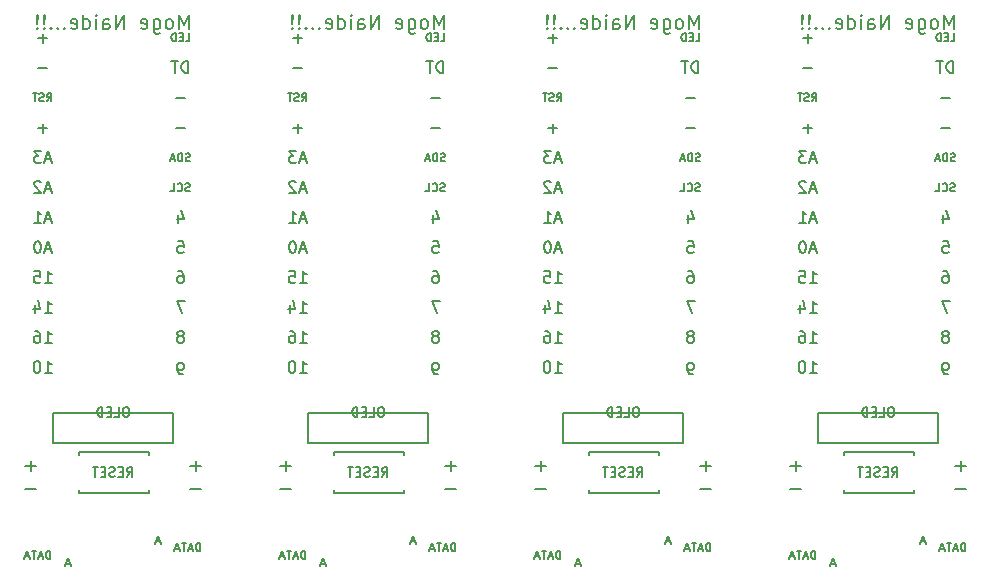
<source format=gbo>
G04 #@! TF.GenerationSoftware,KiCad,Pcbnew,5.0.0-fee4fd1~66~ubuntu18.04.1*
G04 #@! TF.CreationDate,2018-09-17T00:42:53+09:00*
G04 #@! TF.ProjectId,MxLEDBit,4D784C45444269742E6B696361645F70,1*
G04 #@! TF.SameCoordinates,Original*
G04 #@! TF.FileFunction,Legend,Bot*
G04 #@! TF.FilePolarity,Positive*
%FSLAX46Y46*%
G04 Gerber Fmt 4.6, Leading zero omitted, Abs format (unit mm)*
G04 Created by KiCad (PCBNEW 5.0.0-fee4fd1~66~ubuntu18.04.1) date Mon Sep 17 00:42:53 2018*
%MOMM*%
%LPD*%
G01*
G04 APERTURE LIST*
%ADD10C,0.187500*%
%ADD11C,0.200000*%
%ADD12C,0.167500*%
%ADD13C,0.150000*%
G04 APERTURE END LIST*
D10*
X107365000Y-46897857D02*
X107365000Y-45697857D01*
X106965000Y-46555000D01*
X106565000Y-45697857D01*
X106565000Y-46897857D01*
X105822142Y-46897857D02*
X105936428Y-46840714D01*
X105993571Y-46783571D01*
X106050714Y-46669285D01*
X106050714Y-46326428D01*
X105993571Y-46212142D01*
X105936428Y-46155000D01*
X105822142Y-46097857D01*
X105650714Y-46097857D01*
X105536428Y-46155000D01*
X105479285Y-46212142D01*
X105422142Y-46326428D01*
X105422142Y-46669285D01*
X105479285Y-46783571D01*
X105536428Y-46840714D01*
X105650714Y-46897857D01*
X105822142Y-46897857D01*
X104393571Y-46097857D02*
X104393571Y-47069285D01*
X104450714Y-47183571D01*
X104507857Y-47240714D01*
X104622142Y-47297857D01*
X104793571Y-47297857D01*
X104907857Y-47240714D01*
X104393571Y-46840714D02*
X104507857Y-46897857D01*
X104736428Y-46897857D01*
X104850714Y-46840714D01*
X104907857Y-46783571D01*
X104965000Y-46669285D01*
X104965000Y-46326428D01*
X104907857Y-46212142D01*
X104850714Y-46155000D01*
X104736428Y-46097857D01*
X104507857Y-46097857D01*
X104393571Y-46155000D01*
X103365000Y-46840714D02*
X103479285Y-46897857D01*
X103707857Y-46897857D01*
X103822142Y-46840714D01*
X103879285Y-46726428D01*
X103879285Y-46269285D01*
X103822142Y-46155000D01*
X103707857Y-46097857D01*
X103479285Y-46097857D01*
X103365000Y-46155000D01*
X103307857Y-46269285D01*
X103307857Y-46383571D01*
X103879285Y-46497857D01*
X101879285Y-46897857D02*
X101879285Y-45697857D01*
X101193571Y-46897857D01*
X101193571Y-45697857D01*
X100107857Y-46897857D02*
X100107857Y-46269285D01*
X100165000Y-46155000D01*
X100279285Y-46097857D01*
X100507857Y-46097857D01*
X100622142Y-46155000D01*
X100107857Y-46840714D02*
X100222142Y-46897857D01*
X100507857Y-46897857D01*
X100622142Y-46840714D01*
X100679285Y-46726428D01*
X100679285Y-46612142D01*
X100622142Y-46497857D01*
X100507857Y-46440714D01*
X100222142Y-46440714D01*
X100107857Y-46383571D01*
X99536428Y-46897857D02*
X99536428Y-46097857D01*
X99536428Y-45697857D02*
X99593571Y-45755000D01*
X99536428Y-45812142D01*
X99479285Y-45755000D01*
X99536428Y-45697857D01*
X99536428Y-45812142D01*
X98450714Y-46897857D02*
X98450714Y-45697857D01*
X98450714Y-46840714D02*
X98565000Y-46897857D01*
X98793571Y-46897857D01*
X98907857Y-46840714D01*
X98965000Y-46783571D01*
X99022142Y-46669285D01*
X99022142Y-46326428D01*
X98965000Y-46212142D01*
X98907857Y-46155000D01*
X98793571Y-46097857D01*
X98565000Y-46097857D01*
X98450714Y-46155000D01*
X97422142Y-46840714D02*
X97536428Y-46897857D01*
X97765000Y-46897857D01*
X97879285Y-46840714D01*
X97936428Y-46726428D01*
X97936428Y-46269285D01*
X97879285Y-46155000D01*
X97765000Y-46097857D01*
X97536428Y-46097857D01*
X97422142Y-46155000D01*
X97365000Y-46269285D01*
X97365000Y-46383571D01*
X97936428Y-46497857D01*
X96850714Y-46783571D02*
X96793571Y-46840714D01*
X96850714Y-46897857D01*
X96907857Y-46840714D01*
X96850714Y-46783571D01*
X96850714Y-46897857D01*
X96279285Y-46783571D02*
X96222142Y-46840714D01*
X96279285Y-46897857D01*
X96336428Y-46840714D01*
X96279285Y-46783571D01*
X96279285Y-46897857D01*
X95707857Y-46783571D02*
X95650714Y-46840714D01*
X95707857Y-46897857D01*
X95765000Y-46840714D01*
X95707857Y-46783571D01*
X95707857Y-46897857D01*
X95136428Y-46783571D02*
X95079285Y-46840714D01*
X95136428Y-46897857D01*
X95193571Y-46840714D01*
X95136428Y-46783571D01*
X95136428Y-46897857D01*
X95136428Y-46440714D02*
X95193571Y-45755000D01*
X95136428Y-45697857D01*
X95079285Y-45755000D01*
X95136428Y-46440714D01*
X95136428Y-45697857D01*
X94565000Y-46783571D02*
X94507857Y-46840714D01*
X94565000Y-46897857D01*
X94622142Y-46840714D01*
X94565000Y-46783571D01*
X94565000Y-46897857D01*
X94565000Y-46440714D02*
X94622142Y-45755000D01*
X94565000Y-45697857D01*
X94507857Y-45755000D01*
X94565000Y-46440714D01*
X94565000Y-45697857D01*
X128955000Y-46897857D02*
X128955000Y-45697857D01*
X128555000Y-46555000D01*
X128155000Y-45697857D01*
X128155000Y-46897857D01*
X127412142Y-46897857D02*
X127526428Y-46840714D01*
X127583571Y-46783571D01*
X127640714Y-46669285D01*
X127640714Y-46326428D01*
X127583571Y-46212142D01*
X127526428Y-46155000D01*
X127412142Y-46097857D01*
X127240714Y-46097857D01*
X127126428Y-46155000D01*
X127069285Y-46212142D01*
X127012142Y-46326428D01*
X127012142Y-46669285D01*
X127069285Y-46783571D01*
X127126428Y-46840714D01*
X127240714Y-46897857D01*
X127412142Y-46897857D01*
X125983571Y-46097857D02*
X125983571Y-47069285D01*
X126040714Y-47183571D01*
X126097857Y-47240714D01*
X126212142Y-47297857D01*
X126383571Y-47297857D01*
X126497857Y-47240714D01*
X125983571Y-46840714D02*
X126097857Y-46897857D01*
X126326428Y-46897857D01*
X126440714Y-46840714D01*
X126497857Y-46783571D01*
X126555000Y-46669285D01*
X126555000Y-46326428D01*
X126497857Y-46212142D01*
X126440714Y-46155000D01*
X126326428Y-46097857D01*
X126097857Y-46097857D01*
X125983571Y-46155000D01*
X124955000Y-46840714D02*
X125069285Y-46897857D01*
X125297857Y-46897857D01*
X125412142Y-46840714D01*
X125469285Y-46726428D01*
X125469285Y-46269285D01*
X125412142Y-46155000D01*
X125297857Y-46097857D01*
X125069285Y-46097857D01*
X124955000Y-46155000D01*
X124897857Y-46269285D01*
X124897857Y-46383571D01*
X125469285Y-46497857D01*
X123469285Y-46897857D02*
X123469285Y-45697857D01*
X122783571Y-46897857D01*
X122783571Y-45697857D01*
X121697857Y-46897857D02*
X121697857Y-46269285D01*
X121755000Y-46155000D01*
X121869285Y-46097857D01*
X122097857Y-46097857D01*
X122212142Y-46155000D01*
X121697857Y-46840714D02*
X121812142Y-46897857D01*
X122097857Y-46897857D01*
X122212142Y-46840714D01*
X122269285Y-46726428D01*
X122269285Y-46612142D01*
X122212142Y-46497857D01*
X122097857Y-46440714D01*
X121812142Y-46440714D01*
X121697857Y-46383571D01*
X121126428Y-46897857D02*
X121126428Y-46097857D01*
X121126428Y-45697857D02*
X121183571Y-45755000D01*
X121126428Y-45812142D01*
X121069285Y-45755000D01*
X121126428Y-45697857D01*
X121126428Y-45812142D01*
X120040714Y-46897857D02*
X120040714Y-45697857D01*
X120040714Y-46840714D02*
X120155000Y-46897857D01*
X120383571Y-46897857D01*
X120497857Y-46840714D01*
X120555000Y-46783571D01*
X120612142Y-46669285D01*
X120612142Y-46326428D01*
X120555000Y-46212142D01*
X120497857Y-46155000D01*
X120383571Y-46097857D01*
X120155000Y-46097857D01*
X120040714Y-46155000D01*
X119012142Y-46840714D02*
X119126428Y-46897857D01*
X119355000Y-46897857D01*
X119469285Y-46840714D01*
X119526428Y-46726428D01*
X119526428Y-46269285D01*
X119469285Y-46155000D01*
X119355000Y-46097857D01*
X119126428Y-46097857D01*
X119012142Y-46155000D01*
X118955000Y-46269285D01*
X118955000Y-46383571D01*
X119526428Y-46497857D01*
X118440714Y-46783571D02*
X118383571Y-46840714D01*
X118440714Y-46897857D01*
X118497857Y-46840714D01*
X118440714Y-46783571D01*
X118440714Y-46897857D01*
X117869285Y-46783571D02*
X117812142Y-46840714D01*
X117869285Y-46897857D01*
X117926428Y-46840714D01*
X117869285Y-46783571D01*
X117869285Y-46897857D01*
X117297857Y-46783571D02*
X117240714Y-46840714D01*
X117297857Y-46897857D01*
X117355000Y-46840714D01*
X117297857Y-46783571D01*
X117297857Y-46897857D01*
X116726428Y-46783571D02*
X116669285Y-46840714D01*
X116726428Y-46897857D01*
X116783571Y-46840714D01*
X116726428Y-46783571D01*
X116726428Y-46897857D01*
X116726428Y-46440714D02*
X116783571Y-45755000D01*
X116726428Y-45697857D01*
X116669285Y-45755000D01*
X116726428Y-46440714D01*
X116726428Y-45697857D01*
X116155000Y-46783571D02*
X116097857Y-46840714D01*
X116155000Y-46897857D01*
X116212142Y-46840714D01*
X116155000Y-46783571D01*
X116155000Y-46897857D01*
X116155000Y-46440714D02*
X116212142Y-45755000D01*
X116155000Y-45697857D01*
X116097857Y-45755000D01*
X116155000Y-46440714D01*
X116155000Y-45697857D01*
X150545000Y-46897857D02*
X150545000Y-45697857D01*
X150145000Y-46555000D01*
X149745000Y-45697857D01*
X149745000Y-46897857D01*
X149002142Y-46897857D02*
X149116428Y-46840714D01*
X149173571Y-46783571D01*
X149230714Y-46669285D01*
X149230714Y-46326428D01*
X149173571Y-46212142D01*
X149116428Y-46155000D01*
X149002142Y-46097857D01*
X148830714Y-46097857D01*
X148716428Y-46155000D01*
X148659285Y-46212142D01*
X148602142Y-46326428D01*
X148602142Y-46669285D01*
X148659285Y-46783571D01*
X148716428Y-46840714D01*
X148830714Y-46897857D01*
X149002142Y-46897857D01*
X147573571Y-46097857D02*
X147573571Y-47069285D01*
X147630714Y-47183571D01*
X147687857Y-47240714D01*
X147802142Y-47297857D01*
X147973571Y-47297857D01*
X148087857Y-47240714D01*
X147573571Y-46840714D02*
X147687857Y-46897857D01*
X147916428Y-46897857D01*
X148030714Y-46840714D01*
X148087857Y-46783571D01*
X148145000Y-46669285D01*
X148145000Y-46326428D01*
X148087857Y-46212142D01*
X148030714Y-46155000D01*
X147916428Y-46097857D01*
X147687857Y-46097857D01*
X147573571Y-46155000D01*
X146545000Y-46840714D02*
X146659285Y-46897857D01*
X146887857Y-46897857D01*
X147002142Y-46840714D01*
X147059285Y-46726428D01*
X147059285Y-46269285D01*
X147002142Y-46155000D01*
X146887857Y-46097857D01*
X146659285Y-46097857D01*
X146545000Y-46155000D01*
X146487857Y-46269285D01*
X146487857Y-46383571D01*
X147059285Y-46497857D01*
X145059285Y-46897857D02*
X145059285Y-45697857D01*
X144373571Y-46897857D01*
X144373571Y-45697857D01*
X143287857Y-46897857D02*
X143287857Y-46269285D01*
X143345000Y-46155000D01*
X143459285Y-46097857D01*
X143687857Y-46097857D01*
X143802142Y-46155000D01*
X143287857Y-46840714D02*
X143402142Y-46897857D01*
X143687857Y-46897857D01*
X143802142Y-46840714D01*
X143859285Y-46726428D01*
X143859285Y-46612142D01*
X143802142Y-46497857D01*
X143687857Y-46440714D01*
X143402142Y-46440714D01*
X143287857Y-46383571D01*
X142716428Y-46897857D02*
X142716428Y-46097857D01*
X142716428Y-45697857D02*
X142773571Y-45755000D01*
X142716428Y-45812142D01*
X142659285Y-45755000D01*
X142716428Y-45697857D01*
X142716428Y-45812142D01*
X141630714Y-46897857D02*
X141630714Y-45697857D01*
X141630714Y-46840714D02*
X141745000Y-46897857D01*
X141973571Y-46897857D01*
X142087857Y-46840714D01*
X142145000Y-46783571D01*
X142202142Y-46669285D01*
X142202142Y-46326428D01*
X142145000Y-46212142D01*
X142087857Y-46155000D01*
X141973571Y-46097857D01*
X141745000Y-46097857D01*
X141630714Y-46155000D01*
X140602142Y-46840714D02*
X140716428Y-46897857D01*
X140945000Y-46897857D01*
X141059285Y-46840714D01*
X141116428Y-46726428D01*
X141116428Y-46269285D01*
X141059285Y-46155000D01*
X140945000Y-46097857D01*
X140716428Y-46097857D01*
X140602142Y-46155000D01*
X140545000Y-46269285D01*
X140545000Y-46383571D01*
X141116428Y-46497857D01*
X140030714Y-46783571D02*
X139973571Y-46840714D01*
X140030714Y-46897857D01*
X140087857Y-46840714D01*
X140030714Y-46783571D01*
X140030714Y-46897857D01*
X139459285Y-46783571D02*
X139402142Y-46840714D01*
X139459285Y-46897857D01*
X139516428Y-46840714D01*
X139459285Y-46783571D01*
X139459285Y-46897857D01*
X138887857Y-46783571D02*
X138830714Y-46840714D01*
X138887857Y-46897857D01*
X138945000Y-46840714D01*
X138887857Y-46783571D01*
X138887857Y-46897857D01*
X138316428Y-46783571D02*
X138259285Y-46840714D01*
X138316428Y-46897857D01*
X138373571Y-46840714D01*
X138316428Y-46783571D01*
X138316428Y-46897857D01*
X138316428Y-46440714D02*
X138373571Y-45755000D01*
X138316428Y-45697857D01*
X138259285Y-45755000D01*
X138316428Y-46440714D01*
X138316428Y-45697857D01*
X137745000Y-46783571D02*
X137687857Y-46840714D01*
X137745000Y-46897857D01*
X137802142Y-46840714D01*
X137745000Y-46783571D01*
X137745000Y-46897857D01*
X137745000Y-46440714D02*
X137802142Y-45755000D01*
X137745000Y-45697857D01*
X137687857Y-45755000D01*
X137745000Y-46440714D01*
X137745000Y-45697857D01*
D11*
X102126904Y-84816904D02*
X102393571Y-84435952D01*
X102584047Y-84816904D02*
X102584047Y-84016904D01*
X102279285Y-84016904D01*
X102203095Y-84055000D01*
X102165000Y-84093095D01*
X102126904Y-84169285D01*
X102126904Y-84283571D01*
X102165000Y-84359761D01*
X102203095Y-84397857D01*
X102279285Y-84435952D01*
X102584047Y-84435952D01*
X101784047Y-84397857D02*
X101517380Y-84397857D01*
X101403095Y-84816904D02*
X101784047Y-84816904D01*
X101784047Y-84016904D01*
X101403095Y-84016904D01*
X101098333Y-84778809D02*
X100984047Y-84816904D01*
X100793571Y-84816904D01*
X100717380Y-84778809D01*
X100679285Y-84740714D01*
X100641190Y-84664523D01*
X100641190Y-84588333D01*
X100679285Y-84512142D01*
X100717380Y-84474047D01*
X100793571Y-84435952D01*
X100945952Y-84397857D01*
X101022142Y-84359761D01*
X101060238Y-84321666D01*
X101098333Y-84245476D01*
X101098333Y-84169285D01*
X101060238Y-84093095D01*
X101022142Y-84055000D01*
X100945952Y-84016904D01*
X100755476Y-84016904D01*
X100641190Y-84055000D01*
X100298333Y-84397857D02*
X100031666Y-84397857D01*
X99917380Y-84816904D02*
X100298333Y-84816904D01*
X100298333Y-84016904D01*
X99917380Y-84016904D01*
X99688809Y-84016904D02*
X99231666Y-84016904D01*
X99460238Y-84816904D02*
X99460238Y-84016904D01*
X123716904Y-84816904D02*
X123983571Y-84435952D01*
X124174047Y-84816904D02*
X124174047Y-84016904D01*
X123869285Y-84016904D01*
X123793095Y-84055000D01*
X123755000Y-84093095D01*
X123716904Y-84169285D01*
X123716904Y-84283571D01*
X123755000Y-84359761D01*
X123793095Y-84397857D01*
X123869285Y-84435952D01*
X124174047Y-84435952D01*
X123374047Y-84397857D02*
X123107380Y-84397857D01*
X122993095Y-84816904D02*
X123374047Y-84816904D01*
X123374047Y-84016904D01*
X122993095Y-84016904D01*
X122688333Y-84778809D02*
X122574047Y-84816904D01*
X122383571Y-84816904D01*
X122307380Y-84778809D01*
X122269285Y-84740714D01*
X122231190Y-84664523D01*
X122231190Y-84588333D01*
X122269285Y-84512142D01*
X122307380Y-84474047D01*
X122383571Y-84435952D01*
X122535952Y-84397857D01*
X122612142Y-84359761D01*
X122650238Y-84321666D01*
X122688333Y-84245476D01*
X122688333Y-84169285D01*
X122650238Y-84093095D01*
X122612142Y-84055000D01*
X122535952Y-84016904D01*
X122345476Y-84016904D01*
X122231190Y-84055000D01*
X121888333Y-84397857D02*
X121621666Y-84397857D01*
X121507380Y-84816904D02*
X121888333Y-84816904D01*
X121888333Y-84016904D01*
X121507380Y-84016904D01*
X121278809Y-84016904D02*
X120821666Y-84016904D01*
X121050238Y-84816904D02*
X121050238Y-84016904D01*
X145306904Y-84816904D02*
X145573571Y-84435952D01*
X145764047Y-84816904D02*
X145764047Y-84016904D01*
X145459285Y-84016904D01*
X145383095Y-84055000D01*
X145345000Y-84093095D01*
X145306904Y-84169285D01*
X145306904Y-84283571D01*
X145345000Y-84359761D01*
X145383095Y-84397857D01*
X145459285Y-84435952D01*
X145764047Y-84435952D01*
X144964047Y-84397857D02*
X144697380Y-84397857D01*
X144583095Y-84816904D02*
X144964047Y-84816904D01*
X144964047Y-84016904D01*
X144583095Y-84016904D01*
X144278333Y-84778809D02*
X144164047Y-84816904D01*
X143973571Y-84816904D01*
X143897380Y-84778809D01*
X143859285Y-84740714D01*
X143821190Y-84664523D01*
X143821190Y-84588333D01*
X143859285Y-84512142D01*
X143897380Y-84474047D01*
X143973571Y-84435952D01*
X144125952Y-84397857D01*
X144202142Y-84359761D01*
X144240238Y-84321666D01*
X144278333Y-84245476D01*
X144278333Y-84169285D01*
X144240238Y-84093095D01*
X144202142Y-84055000D01*
X144125952Y-84016904D01*
X143935476Y-84016904D01*
X143821190Y-84055000D01*
X143478333Y-84397857D02*
X143211666Y-84397857D01*
X143097380Y-84816904D02*
X143478333Y-84816904D01*
X143478333Y-84016904D01*
X143097380Y-84016904D01*
X142868809Y-84016904D02*
X142411666Y-84016904D01*
X142640238Y-84816904D02*
X142640238Y-84016904D01*
X102126904Y-78936904D02*
X101974523Y-78936904D01*
X101898333Y-78975000D01*
X101822142Y-79051190D01*
X101784047Y-79203571D01*
X101784047Y-79470238D01*
X101822142Y-79622619D01*
X101898333Y-79698809D01*
X101974523Y-79736904D01*
X102126904Y-79736904D01*
X102203095Y-79698809D01*
X102279285Y-79622619D01*
X102317380Y-79470238D01*
X102317380Y-79203571D01*
X102279285Y-79051190D01*
X102203095Y-78975000D01*
X102126904Y-78936904D01*
X101060238Y-79736904D02*
X101441190Y-79736904D01*
X101441190Y-78936904D01*
X100793571Y-79317857D02*
X100526904Y-79317857D01*
X100412619Y-79736904D02*
X100793571Y-79736904D01*
X100793571Y-78936904D01*
X100412619Y-78936904D01*
X100069761Y-79736904D02*
X100069761Y-78936904D01*
X99879285Y-78936904D01*
X99765000Y-78975000D01*
X99688809Y-79051190D01*
X99650714Y-79127380D01*
X99612619Y-79279761D01*
X99612619Y-79394047D01*
X99650714Y-79546428D01*
X99688809Y-79622619D01*
X99765000Y-79698809D01*
X99879285Y-79736904D01*
X100069761Y-79736904D01*
X123716904Y-78936904D02*
X123564523Y-78936904D01*
X123488333Y-78975000D01*
X123412142Y-79051190D01*
X123374047Y-79203571D01*
X123374047Y-79470238D01*
X123412142Y-79622619D01*
X123488333Y-79698809D01*
X123564523Y-79736904D01*
X123716904Y-79736904D01*
X123793095Y-79698809D01*
X123869285Y-79622619D01*
X123907380Y-79470238D01*
X123907380Y-79203571D01*
X123869285Y-79051190D01*
X123793095Y-78975000D01*
X123716904Y-78936904D01*
X122650238Y-79736904D02*
X123031190Y-79736904D01*
X123031190Y-78936904D01*
X122383571Y-79317857D02*
X122116904Y-79317857D01*
X122002619Y-79736904D02*
X122383571Y-79736904D01*
X122383571Y-78936904D01*
X122002619Y-78936904D01*
X121659761Y-79736904D02*
X121659761Y-78936904D01*
X121469285Y-78936904D01*
X121355000Y-78975000D01*
X121278809Y-79051190D01*
X121240714Y-79127380D01*
X121202619Y-79279761D01*
X121202619Y-79394047D01*
X121240714Y-79546428D01*
X121278809Y-79622619D01*
X121355000Y-79698809D01*
X121469285Y-79736904D01*
X121659761Y-79736904D01*
X145306904Y-78936904D02*
X145154523Y-78936904D01*
X145078333Y-78975000D01*
X145002142Y-79051190D01*
X144964047Y-79203571D01*
X144964047Y-79470238D01*
X145002142Y-79622619D01*
X145078333Y-79698809D01*
X145154523Y-79736904D01*
X145306904Y-79736904D01*
X145383095Y-79698809D01*
X145459285Y-79622619D01*
X145497380Y-79470238D01*
X145497380Y-79203571D01*
X145459285Y-79051190D01*
X145383095Y-78975000D01*
X145306904Y-78936904D01*
X144240238Y-79736904D02*
X144621190Y-79736904D01*
X144621190Y-78936904D01*
X143973571Y-79317857D02*
X143706904Y-79317857D01*
X143592619Y-79736904D02*
X143973571Y-79736904D01*
X143973571Y-78936904D01*
X143592619Y-78936904D01*
X143249761Y-79736904D02*
X143249761Y-78936904D01*
X143059285Y-78936904D01*
X142945000Y-78975000D01*
X142868809Y-79051190D01*
X142830714Y-79127380D01*
X142792619Y-79279761D01*
X142792619Y-79394047D01*
X142830714Y-79546428D01*
X142868809Y-79622619D01*
X142945000Y-79698809D01*
X143059285Y-79736904D01*
X143249761Y-79736904D01*
X95376952Y-47696428D02*
X94615047Y-47696428D01*
X94996000Y-48077380D02*
X94996000Y-47315476D01*
X116966952Y-47696428D02*
X116205047Y-47696428D01*
X116586000Y-48077380D02*
X116586000Y-47315476D01*
X138556952Y-47696428D02*
X137795047Y-47696428D01*
X138176000Y-48077380D02*
X138176000Y-47315476D01*
X95376952Y-50236428D02*
X94615047Y-50236428D01*
X116966952Y-50236428D02*
X116205047Y-50236428D01*
X138556952Y-50236428D02*
X137795047Y-50236428D01*
D12*
X95362904Y-53008095D02*
X95586238Y-52689047D01*
X95745761Y-53008095D02*
X95745761Y-52338095D01*
X95490523Y-52338095D01*
X95426714Y-52370000D01*
X95394809Y-52401904D01*
X95362904Y-52465714D01*
X95362904Y-52561428D01*
X95394809Y-52625238D01*
X95426714Y-52657142D01*
X95490523Y-52689047D01*
X95745761Y-52689047D01*
X95107666Y-52976190D02*
X95011952Y-53008095D01*
X94852428Y-53008095D01*
X94788619Y-52976190D01*
X94756714Y-52944285D01*
X94724809Y-52880476D01*
X94724809Y-52816666D01*
X94756714Y-52752857D01*
X94788619Y-52720952D01*
X94852428Y-52689047D01*
X94980047Y-52657142D01*
X95043857Y-52625238D01*
X95075761Y-52593333D01*
X95107666Y-52529523D01*
X95107666Y-52465714D01*
X95075761Y-52401904D01*
X95043857Y-52370000D01*
X94980047Y-52338095D01*
X94820523Y-52338095D01*
X94724809Y-52370000D01*
X94533380Y-52338095D02*
X94150523Y-52338095D01*
X94341952Y-53008095D02*
X94341952Y-52338095D01*
X116952904Y-53008095D02*
X117176238Y-52689047D01*
X117335761Y-53008095D02*
X117335761Y-52338095D01*
X117080523Y-52338095D01*
X117016714Y-52370000D01*
X116984809Y-52401904D01*
X116952904Y-52465714D01*
X116952904Y-52561428D01*
X116984809Y-52625238D01*
X117016714Y-52657142D01*
X117080523Y-52689047D01*
X117335761Y-52689047D01*
X116697666Y-52976190D02*
X116601952Y-53008095D01*
X116442428Y-53008095D01*
X116378619Y-52976190D01*
X116346714Y-52944285D01*
X116314809Y-52880476D01*
X116314809Y-52816666D01*
X116346714Y-52752857D01*
X116378619Y-52720952D01*
X116442428Y-52689047D01*
X116570047Y-52657142D01*
X116633857Y-52625238D01*
X116665761Y-52593333D01*
X116697666Y-52529523D01*
X116697666Y-52465714D01*
X116665761Y-52401904D01*
X116633857Y-52370000D01*
X116570047Y-52338095D01*
X116410523Y-52338095D01*
X116314809Y-52370000D01*
X116123380Y-52338095D02*
X115740523Y-52338095D01*
X115931952Y-53008095D02*
X115931952Y-52338095D01*
X138542904Y-53008095D02*
X138766238Y-52689047D01*
X138925761Y-53008095D02*
X138925761Y-52338095D01*
X138670523Y-52338095D01*
X138606714Y-52370000D01*
X138574809Y-52401904D01*
X138542904Y-52465714D01*
X138542904Y-52561428D01*
X138574809Y-52625238D01*
X138606714Y-52657142D01*
X138670523Y-52689047D01*
X138925761Y-52689047D01*
X138287666Y-52976190D02*
X138191952Y-53008095D01*
X138032428Y-53008095D01*
X137968619Y-52976190D01*
X137936714Y-52944285D01*
X137904809Y-52880476D01*
X137904809Y-52816666D01*
X137936714Y-52752857D01*
X137968619Y-52720952D01*
X138032428Y-52689047D01*
X138160047Y-52657142D01*
X138223857Y-52625238D01*
X138255761Y-52593333D01*
X138287666Y-52529523D01*
X138287666Y-52465714D01*
X138255761Y-52401904D01*
X138223857Y-52370000D01*
X138160047Y-52338095D01*
X138000523Y-52338095D01*
X137904809Y-52370000D01*
X137713380Y-52338095D02*
X137330523Y-52338095D01*
X137521952Y-53008095D02*
X137521952Y-52338095D01*
D11*
X95376952Y-55316428D02*
X94615047Y-55316428D01*
X94996000Y-55697380D02*
X94996000Y-54935476D01*
X116966952Y-55316428D02*
X116205047Y-55316428D01*
X116586000Y-55697380D02*
X116586000Y-54935476D01*
X138556952Y-55316428D02*
X137795047Y-55316428D01*
X138176000Y-55697380D02*
X138176000Y-54935476D01*
X95710285Y-57951666D02*
X95234095Y-57951666D01*
X95805523Y-58237380D02*
X95472190Y-57237380D01*
X95138857Y-58237380D01*
X94900761Y-57237380D02*
X94281714Y-57237380D01*
X94615047Y-57618333D01*
X94472190Y-57618333D01*
X94376952Y-57665952D01*
X94329333Y-57713571D01*
X94281714Y-57808809D01*
X94281714Y-58046904D01*
X94329333Y-58142142D01*
X94376952Y-58189761D01*
X94472190Y-58237380D01*
X94757904Y-58237380D01*
X94853142Y-58189761D01*
X94900761Y-58142142D01*
X117300285Y-57951666D02*
X116824095Y-57951666D01*
X117395523Y-58237380D02*
X117062190Y-57237380D01*
X116728857Y-58237380D01*
X116490761Y-57237380D02*
X115871714Y-57237380D01*
X116205047Y-57618333D01*
X116062190Y-57618333D01*
X115966952Y-57665952D01*
X115919333Y-57713571D01*
X115871714Y-57808809D01*
X115871714Y-58046904D01*
X115919333Y-58142142D01*
X115966952Y-58189761D01*
X116062190Y-58237380D01*
X116347904Y-58237380D01*
X116443142Y-58189761D01*
X116490761Y-58142142D01*
X138890285Y-57951666D02*
X138414095Y-57951666D01*
X138985523Y-58237380D02*
X138652190Y-57237380D01*
X138318857Y-58237380D01*
X138080761Y-57237380D02*
X137461714Y-57237380D01*
X137795047Y-57618333D01*
X137652190Y-57618333D01*
X137556952Y-57665952D01*
X137509333Y-57713571D01*
X137461714Y-57808809D01*
X137461714Y-58046904D01*
X137509333Y-58142142D01*
X137556952Y-58189761D01*
X137652190Y-58237380D01*
X137937904Y-58237380D01*
X138033142Y-58189761D01*
X138080761Y-58142142D01*
X95710285Y-63031666D02*
X95234095Y-63031666D01*
X95805523Y-63317380D02*
X95472190Y-62317380D01*
X95138857Y-63317380D01*
X94281714Y-63317380D02*
X94853142Y-63317380D01*
X94567428Y-63317380D02*
X94567428Y-62317380D01*
X94662666Y-62460238D01*
X94757904Y-62555476D01*
X94853142Y-62603095D01*
X117300285Y-63031666D02*
X116824095Y-63031666D01*
X117395523Y-63317380D02*
X117062190Y-62317380D01*
X116728857Y-63317380D01*
X115871714Y-63317380D02*
X116443142Y-63317380D01*
X116157428Y-63317380D02*
X116157428Y-62317380D01*
X116252666Y-62460238D01*
X116347904Y-62555476D01*
X116443142Y-62603095D01*
X138890285Y-63031666D02*
X138414095Y-63031666D01*
X138985523Y-63317380D02*
X138652190Y-62317380D01*
X138318857Y-63317380D01*
X137461714Y-63317380D02*
X138033142Y-63317380D01*
X137747428Y-63317380D02*
X137747428Y-62317380D01*
X137842666Y-62460238D01*
X137937904Y-62555476D01*
X138033142Y-62603095D01*
X95710285Y-65571666D02*
X95234095Y-65571666D01*
X95805523Y-65857380D02*
X95472190Y-64857380D01*
X95138857Y-65857380D01*
X94615047Y-64857380D02*
X94519809Y-64857380D01*
X94424571Y-64905000D01*
X94376952Y-64952619D01*
X94329333Y-65047857D01*
X94281714Y-65238333D01*
X94281714Y-65476428D01*
X94329333Y-65666904D01*
X94376952Y-65762142D01*
X94424571Y-65809761D01*
X94519809Y-65857380D01*
X94615047Y-65857380D01*
X94710285Y-65809761D01*
X94757904Y-65762142D01*
X94805523Y-65666904D01*
X94853142Y-65476428D01*
X94853142Y-65238333D01*
X94805523Y-65047857D01*
X94757904Y-64952619D01*
X94710285Y-64905000D01*
X94615047Y-64857380D01*
X117300285Y-65571666D02*
X116824095Y-65571666D01*
X117395523Y-65857380D02*
X117062190Y-64857380D01*
X116728857Y-65857380D01*
X116205047Y-64857380D02*
X116109809Y-64857380D01*
X116014571Y-64905000D01*
X115966952Y-64952619D01*
X115919333Y-65047857D01*
X115871714Y-65238333D01*
X115871714Y-65476428D01*
X115919333Y-65666904D01*
X115966952Y-65762142D01*
X116014571Y-65809761D01*
X116109809Y-65857380D01*
X116205047Y-65857380D01*
X116300285Y-65809761D01*
X116347904Y-65762142D01*
X116395523Y-65666904D01*
X116443142Y-65476428D01*
X116443142Y-65238333D01*
X116395523Y-65047857D01*
X116347904Y-64952619D01*
X116300285Y-64905000D01*
X116205047Y-64857380D01*
X138890285Y-65571666D02*
X138414095Y-65571666D01*
X138985523Y-65857380D02*
X138652190Y-64857380D01*
X138318857Y-65857380D01*
X137795047Y-64857380D02*
X137699809Y-64857380D01*
X137604571Y-64905000D01*
X137556952Y-64952619D01*
X137509333Y-65047857D01*
X137461714Y-65238333D01*
X137461714Y-65476428D01*
X137509333Y-65666904D01*
X137556952Y-65762142D01*
X137604571Y-65809761D01*
X137699809Y-65857380D01*
X137795047Y-65857380D01*
X137890285Y-65809761D01*
X137937904Y-65762142D01*
X137985523Y-65666904D01*
X138033142Y-65476428D01*
X138033142Y-65238333D01*
X137985523Y-65047857D01*
X137937904Y-64952619D01*
X137890285Y-64905000D01*
X137795047Y-64857380D01*
X95186476Y-68397380D02*
X95757904Y-68397380D01*
X95472190Y-68397380D02*
X95472190Y-67397380D01*
X95567428Y-67540238D01*
X95662666Y-67635476D01*
X95757904Y-67683095D01*
X94281714Y-67397380D02*
X94757904Y-67397380D01*
X94805523Y-67873571D01*
X94757904Y-67825952D01*
X94662666Y-67778333D01*
X94424571Y-67778333D01*
X94329333Y-67825952D01*
X94281714Y-67873571D01*
X94234095Y-67968809D01*
X94234095Y-68206904D01*
X94281714Y-68302142D01*
X94329333Y-68349761D01*
X94424571Y-68397380D01*
X94662666Y-68397380D01*
X94757904Y-68349761D01*
X94805523Y-68302142D01*
X116776476Y-68397380D02*
X117347904Y-68397380D01*
X117062190Y-68397380D02*
X117062190Y-67397380D01*
X117157428Y-67540238D01*
X117252666Y-67635476D01*
X117347904Y-67683095D01*
X115871714Y-67397380D02*
X116347904Y-67397380D01*
X116395523Y-67873571D01*
X116347904Y-67825952D01*
X116252666Y-67778333D01*
X116014571Y-67778333D01*
X115919333Y-67825952D01*
X115871714Y-67873571D01*
X115824095Y-67968809D01*
X115824095Y-68206904D01*
X115871714Y-68302142D01*
X115919333Y-68349761D01*
X116014571Y-68397380D01*
X116252666Y-68397380D01*
X116347904Y-68349761D01*
X116395523Y-68302142D01*
X138366476Y-68397380D02*
X138937904Y-68397380D01*
X138652190Y-68397380D02*
X138652190Y-67397380D01*
X138747428Y-67540238D01*
X138842666Y-67635476D01*
X138937904Y-67683095D01*
X137461714Y-67397380D02*
X137937904Y-67397380D01*
X137985523Y-67873571D01*
X137937904Y-67825952D01*
X137842666Y-67778333D01*
X137604571Y-67778333D01*
X137509333Y-67825952D01*
X137461714Y-67873571D01*
X137414095Y-67968809D01*
X137414095Y-68206904D01*
X137461714Y-68302142D01*
X137509333Y-68349761D01*
X137604571Y-68397380D01*
X137842666Y-68397380D01*
X137937904Y-68349761D01*
X137985523Y-68302142D01*
X95186476Y-70937380D02*
X95757904Y-70937380D01*
X95472190Y-70937380D02*
X95472190Y-69937380D01*
X95567428Y-70080238D01*
X95662666Y-70175476D01*
X95757904Y-70223095D01*
X94329333Y-70270714D02*
X94329333Y-70937380D01*
X94567428Y-69889761D02*
X94805523Y-70604047D01*
X94186476Y-70604047D01*
X116776476Y-70937380D02*
X117347904Y-70937380D01*
X117062190Y-70937380D02*
X117062190Y-69937380D01*
X117157428Y-70080238D01*
X117252666Y-70175476D01*
X117347904Y-70223095D01*
X115919333Y-70270714D02*
X115919333Y-70937380D01*
X116157428Y-69889761D02*
X116395523Y-70604047D01*
X115776476Y-70604047D01*
X138366476Y-70937380D02*
X138937904Y-70937380D01*
X138652190Y-70937380D02*
X138652190Y-69937380D01*
X138747428Y-70080238D01*
X138842666Y-70175476D01*
X138937904Y-70223095D01*
X137509333Y-70270714D02*
X137509333Y-70937380D01*
X137747428Y-69889761D02*
X137985523Y-70604047D01*
X137366476Y-70604047D01*
X95186476Y-73477380D02*
X95757904Y-73477380D01*
X95472190Y-73477380D02*
X95472190Y-72477380D01*
X95567428Y-72620238D01*
X95662666Y-72715476D01*
X95757904Y-72763095D01*
X94329333Y-72477380D02*
X94519809Y-72477380D01*
X94615047Y-72525000D01*
X94662666Y-72572619D01*
X94757904Y-72715476D01*
X94805523Y-72905952D01*
X94805523Y-73286904D01*
X94757904Y-73382142D01*
X94710285Y-73429761D01*
X94615047Y-73477380D01*
X94424571Y-73477380D01*
X94329333Y-73429761D01*
X94281714Y-73382142D01*
X94234095Y-73286904D01*
X94234095Y-73048809D01*
X94281714Y-72953571D01*
X94329333Y-72905952D01*
X94424571Y-72858333D01*
X94615047Y-72858333D01*
X94710285Y-72905952D01*
X94757904Y-72953571D01*
X94805523Y-73048809D01*
X116776476Y-73477380D02*
X117347904Y-73477380D01*
X117062190Y-73477380D02*
X117062190Y-72477380D01*
X117157428Y-72620238D01*
X117252666Y-72715476D01*
X117347904Y-72763095D01*
X115919333Y-72477380D02*
X116109809Y-72477380D01*
X116205047Y-72525000D01*
X116252666Y-72572619D01*
X116347904Y-72715476D01*
X116395523Y-72905952D01*
X116395523Y-73286904D01*
X116347904Y-73382142D01*
X116300285Y-73429761D01*
X116205047Y-73477380D01*
X116014571Y-73477380D01*
X115919333Y-73429761D01*
X115871714Y-73382142D01*
X115824095Y-73286904D01*
X115824095Y-73048809D01*
X115871714Y-72953571D01*
X115919333Y-72905952D01*
X116014571Y-72858333D01*
X116205047Y-72858333D01*
X116300285Y-72905952D01*
X116347904Y-72953571D01*
X116395523Y-73048809D01*
X138366476Y-73477380D02*
X138937904Y-73477380D01*
X138652190Y-73477380D02*
X138652190Y-72477380D01*
X138747428Y-72620238D01*
X138842666Y-72715476D01*
X138937904Y-72763095D01*
X137509333Y-72477380D02*
X137699809Y-72477380D01*
X137795047Y-72525000D01*
X137842666Y-72572619D01*
X137937904Y-72715476D01*
X137985523Y-72905952D01*
X137985523Y-73286904D01*
X137937904Y-73382142D01*
X137890285Y-73429761D01*
X137795047Y-73477380D01*
X137604571Y-73477380D01*
X137509333Y-73429761D01*
X137461714Y-73382142D01*
X137414095Y-73286904D01*
X137414095Y-73048809D01*
X137461714Y-72953571D01*
X137509333Y-72905952D01*
X137604571Y-72858333D01*
X137795047Y-72858333D01*
X137890285Y-72905952D01*
X137937904Y-72953571D01*
X137985523Y-73048809D01*
X95186476Y-76017380D02*
X95757904Y-76017380D01*
X95472190Y-76017380D02*
X95472190Y-75017380D01*
X95567428Y-75160238D01*
X95662666Y-75255476D01*
X95757904Y-75303095D01*
X94567428Y-75017380D02*
X94472190Y-75017380D01*
X94376952Y-75065000D01*
X94329333Y-75112619D01*
X94281714Y-75207857D01*
X94234095Y-75398333D01*
X94234095Y-75636428D01*
X94281714Y-75826904D01*
X94329333Y-75922142D01*
X94376952Y-75969761D01*
X94472190Y-76017380D01*
X94567428Y-76017380D01*
X94662666Y-75969761D01*
X94710285Y-75922142D01*
X94757904Y-75826904D01*
X94805523Y-75636428D01*
X94805523Y-75398333D01*
X94757904Y-75207857D01*
X94710285Y-75112619D01*
X94662666Y-75065000D01*
X94567428Y-75017380D01*
X116776476Y-76017380D02*
X117347904Y-76017380D01*
X117062190Y-76017380D02*
X117062190Y-75017380D01*
X117157428Y-75160238D01*
X117252666Y-75255476D01*
X117347904Y-75303095D01*
X116157428Y-75017380D02*
X116062190Y-75017380D01*
X115966952Y-75065000D01*
X115919333Y-75112619D01*
X115871714Y-75207857D01*
X115824095Y-75398333D01*
X115824095Y-75636428D01*
X115871714Y-75826904D01*
X115919333Y-75922142D01*
X115966952Y-75969761D01*
X116062190Y-76017380D01*
X116157428Y-76017380D01*
X116252666Y-75969761D01*
X116300285Y-75922142D01*
X116347904Y-75826904D01*
X116395523Y-75636428D01*
X116395523Y-75398333D01*
X116347904Y-75207857D01*
X116300285Y-75112619D01*
X116252666Y-75065000D01*
X116157428Y-75017380D01*
X138366476Y-76017380D02*
X138937904Y-76017380D01*
X138652190Y-76017380D02*
X138652190Y-75017380D01*
X138747428Y-75160238D01*
X138842666Y-75255476D01*
X138937904Y-75303095D01*
X137747428Y-75017380D02*
X137652190Y-75017380D01*
X137556952Y-75065000D01*
X137509333Y-75112619D01*
X137461714Y-75207857D01*
X137414095Y-75398333D01*
X137414095Y-75636428D01*
X137461714Y-75826904D01*
X137509333Y-75922142D01*
X137556952Y-75969761D01*
X137652190Y-76017380D01*
X137747428Y-76017380D01*
X137842666Y-75969761D01*
X137890285Y-75922142D01*
X137937904Y-75826904D01*
X137985523Y-75636428D01*
X137985523Y-75398333D01*
X137937904Y-75207857D01*
X137890285Y-75112619D01*
X137842666Y-75065000D01*
X137747428Y-75017380D01*
X107322857Y-50617380D02*
X107322857Y-49617380D01*
X107084761Y-49617380D01*
X106941904Y-49665000D01*
X106846666Y-49760238D01*
X106799047Y-49855476D01*
X106751428Y-50045952D01*
X106751428Y-50188809D01*
X106799047Y-50379285D01*
X106846666Y-50474523D01*
X106941904Y-50569761D01*
X107084761Y-50617380D01*
X107322857Y-50617380D01*
X106465714Y-49617380D02*
X105894285Y-49617380D01*
X106180000Y-50617380D02*
X106180000Y-49617380D01*
X128912857Y-50617380D02*
X128912857Y-49617380D01*
X128674761Y-49617380D01*
X128531904Y-49665000D01*
X128436666Y-49760238D01*
X128389047Y-49855476D01*
X128341428Y-50045952D01*
X128341428Y-50188809D01*
X128389047Y-50379285D01*
X128436666Y-50474523D01*
X128531904Y-50569761D01*
X128674761Y-50617380D01*
X128912857Y-50617380D01*
X128055714Y-49617380D02*
X127484285Y-49617380D01*
X127770000Y-50617380D02*
X127770000Y-49617380D01*
X150502857Y-50617380D02*
X150502857Y-49617380D01*
X150264761Y-49617380D01*
X150121904Y-49665000D01*
X150026666Y-49760238D01*
X149979047Y-49855476D01*
X149931428Y-50045952D01*
X149931428Y-50188809D01*
X149979047Y-50379285D01*
X150026666Y-50474523D01*
X150121904Y-50569761D01*
X150264761Y-50617380D01*
X150502857Y-50617380D01*
X149645714Y-49617380D02*
X149074285Y-49617380D01*
X149360000Y-50617380D02*
X149360000Y-49617380D01*
X107060952Y-52776428D02*
X106299047Y-52776428D01*
X128650952Y-52776428D02*
X127889047Y-52776428D01*
X150240952Y-52776428D02*
X149479047Y-52776428D01*
X106441904Y-64857380D02*
X106918095Y-64857380D01*
X106965714Y-65333571D01*
X106918095Y-65285952D01*
X106822857Y-65238333D01*
X106584761Y-65238333D01*
X106489523Y-65285952D01*
X106441904Y-65333571D01*
X106394285Y-65428809D01*
X106394285Y-65666904D01*
X106441904Y-65762142D01*
X106489523Y-65809761D01*
X106584761Y-65857380D01*
X106822857Y-65857380D01*
X106918095Y-65809761D01*
X106965714Y-65762142D01*
X128031904Y-64857380D02*
X128508095Y-64857380D01*
X128555714Y-65333571D01*
X128508095Y-65285952D01*
X128412857Y-65238333D01*
X128174761Y-65238333D01*
X128079523Y-65285952D01*
X128031904Y-65333571D01*
X127984285Y-65428809D01*
X127984285Y-65666904D01*
X128031904Y-65762142D01*
X128079523Y-65809761D01*
X128174761Y-65857380D01*
X128412857Y-65857380D01*
X128508095Y-65809761D01*
X128555714Y-65762142D01*
X149621904Y-64857380D02*
X150098095Y-64857380D01*
X150145714Y-65333571D01*
X150098095Y-65285952D01*
X150002857Y-65238333D01*
X149764761Y-65238333D01*
X149669523Y-65285952D01*
X149621904Y-65333571D01*
X149574285Y-65428809D01*
X149574285Y-65666904D01*
X149621904Y-65762142D01*
X149669523Y-65809761D01*
X149764761Y-65857380D01*
X150002857Y-65857380D01*
X150098095Y-65809761D01*
X150145714Y-65762142D01*
D12*
X107477619Y-60596190D02*
X107381904Y-60628095D01*
X107222380Y-60628095D01*
X107158571Y-60596190D01*
X107126666Y-60564285D01*
X107094761Y-60500476D01*
X107094761Y-60436666D01*
X107126666Y-60372857D01*
X107158571Y-60340952D01*
X107222380Y-60309047D01*
X107350000Y-60277142D01*
X107413809Y-60245238D01*
X107445714Y-60213333D01*
X107477619Y-60149523D01*
X107477619Y-60085714D01*
X107445714Y-60021904D01*
X107413809Y-59990000D01*
X107350000Y-59958095D01*
X107190476Y-59958095D01*
X107094761Y-59990000D01*
X106424761Y-60564285D02*
X106456666Y-60596190D01*
X106552380Y-60628095D01*
X106616190Y-60628095D01*
X106711904Y-60596190D01*
X106775714Y-60532380D01*
X106807619Y-60468571D01*
X106839523Y-60340952D01*
X106839523Y-60245238D01*
X106807619Y-60117619D01*
X106775714Y-60053809D01*
X106711904Y-59990000D01*
X106616190Y-59958095D01*
X106552380Y-59958095D01*
X106456666Y-59990000D01*
X106424761Y-60021904D01*
X105818571Y-60628095D02*
X106137619Y-60628095D01*
X106137619Y-59958095D01*
X129067619Y-60596190D02*
X128971904Y-60628095D01*
X128812380Y-60628095D01*
X128748571Y-60596190D01*
X128716666Y-60564285D01*
X128684761Y-60500476D01*
X128684761Y-60436666D01*
X128716666Y-60372857D01*
X128748571Y-60340952D01*
X128812380Y-60309047D01*
X128940000Y-60277142D01*
X129003809Y-60245238D01*
X129035714Y-60213333D01*
X129067619Y-60149523D01*
X129067619Y-60085714D01*
X129035714Y-60021904D01*
X129003809Y-59990000D01*
X128940000Y-59958095D01*
X128780476Y-59958095D01*
X128684761Y-59990000D01*
X128014761Y-60564285D02*
X128046666Y-60596190D01*
X128142380Y-60628095D01*
X128206190Y-60628095D01*
X128301904Y-60596190D01*
X128365714Y-60532380D01*
X128397619Y-60468571D01*
X128429523Y-60340952D01*
X128429523Y-60245238D01*
X128397619Y-60117619D01*
X128365714Y-60053809D01*
X128301904Y-59990000D01*
X128206190Y-59958095D01*
X128142380Y-59958095D01*
X128046666Y-59990000D01*
X128014761Y-60021904D01*
X127408571Y-60628095D02*
X127727619Y-60628095D01*
X127727619Y-59958095D01*
X150657619Y-60596190D02*
X150561904Y-60628095D01*
X150402380Y-60628095D01*
X150338571Y-60596190D01*
X150306666Y-60564285D01*
X150274761Y-60500476D01*
X150274761Y-60436666D01*
X150306666Y-60372857D01*
X150338571Y-60340952D01*
X150402380Y-60309047D01*
X150530000Y-60277142D01*
X150593809Y-60245238D01*
X150625714Y-60213333D01*
X150657619Y-60149523D01*
X150657619Y-60085714D01*
X150625714Y-60021904D01*
X150593809Y-59990000D01*
X150530000Y-59958095D01*
X150370476Y-59958095D01*
X150274761Y-59990000D01*
X149604761Y-60564285D02*
X149636666Y-60596190D01*
X149732380Y-60628095D01*
X149796190Y-60628095D01*
X149891904Y-60596190D01*
X149955714Y-60532380D01*
X149987619Y-60468571D01*
X150019523Y-60340952D01*
X150019523Y-60245238D01*
X149987619Y-60117619D01*
X149955714Y-60053809D01*
X149891904Y-59990000D01*
X149796190Y-59958095D01*
X149732380Y-59958095D01*
X149636666Y-59990000D01*
X149604761Y-60021904D01*
X148998571Y-60628095D02*
X149317619Y-60628095D01*
X149317619Y-59958095D01*
D11*
X106489523Y-62650714D02*
X106489523Y-63317380D01*
X106727619Y-62269761D02*
X106965714Y-62984047D01*
X106346666Y-62984047D01*
X128079523Y-62650714D02*
X128079523Y-63317380D01*
X128317619Y-62269761D02*
X128555714Y-62984047D01*
X127936666Y-62984047D01*
X149669523Y-62650714D02*
X149669523Y-63317380D01*
X149907619Y-62269761D02*
X150145714Y-62984047D01*
X149526666Y-62984047D01*
X107060952Y-55316428D02*
X106299047Y-55316428D01*
X128650952Y-55316428D02*
X127889047Y-55316428D01*
X150240952Y-55316428D02*
X149479047Y-55316428D01*
D12*
X107493571Y-58056190D02*
X107397857Y-58088095D01*
X107238333Y-58088095D01*
X107174523Y-58056190D01*
X107142619Y-58024285D01*
X107110714Y-57960476D01*
X107110714Y-57896666D01*
X107142619Y-57832857D01*
X107174523Y-57800952D01*
X107238333Y-57769047D01*
X107365952Y-57737142D01*
X107429761Y-57705238D01*
X107461666Y-57673333D01*
X107493571Y-57609523D01*
X107493571Y-57545714D01*
X107461666Y-57481904D01*
X107429761Y-57450000D01*
X107365952Y-57418095D01*
X107206428Y-57418095D01*
X107110714Y-57450000D01*
X106823571Y-58088095D02*
X106823571Y-57418095D01*
X106664047Y-57418095D01*
X106568333Y-57450000D01*
X106504523Y-57513809D01*
X106472619Y-57577619D01*
X106440714Y-57705238D01*
X106440714Y-57800952D01*
X106472619Y-57928571D01*
X106504523Y-57992380D01*
X106568333Y-58056190D01*
X106664047Y-58088095D01*
X106823571Y-58088095D01*
X106185476Y-57896666D02*
X105866428Y-57896666D01*
X106249285Y-58088095D02*
X106025952Y-57418095D01*
X105802619Y-58088095D01*
X129083571Y-58056190D02*
X128987857Y-58088095D01*
X128828333Y-58088095D01*
X128764523Y-58056190D01*
X128732619Y-58024285D01*
X128700714Y-57960476D01*
X128700714Y-57896666D01*
X128732619Y-57832857D01*
X128764523Y-57800952D01*
X128828333Y-57769047D01*
X128955952Y-57737142D01*
X129019761Y-57705238D01*
X129051666Y-57673333D01*
X129083571Y-57609523D01*
X129083571Y-57545714D01*
X129051666Y-57481904D01*
X129019761Y-57450000D01*
X128955952Y-57418095D01*
X128796428Y-57418095D01*
X128700714Y-57450000D01*
X128413571Y-58088095D02*
X128413571Y-57418095D01*
X128254047Y-57418095D01*
X128158333Y-57450000D01*
X128094523Y-57513809D01*
X128062619Y-57577619D01*
X128030714Y-57705238D01*
X128030714Y-57800952D01*
X128062619Y-57928571D01*
X128094523Y-57992380D01*
X128158333Y-58056190D01*
X128254047Y-58088095D01*
X128413571Y-58088095D01*
X127775476Y-57896666D02*
X127456428Y-57896666D01*
X127839285Y-58088095D02*
X127615952Y-57418095D01*
X127392619Y-58088095D01*
X150673571Y-58056190D02*
X150577857Y-58088095D01*
X150418333Y-58088095D01*
X150354523Y-58056190D01*
X150322619Y-58024285D01*
X150290714Y-57960476D01*
X150290714Y-57896666D01*
X150322619Y-57832857D01*
X150354523Y-57800952D01*
X150418333Y-57769047D01*
X150545952Y-57737142D01*
X150609761Y-57705238D01*
X150641666Y-57673333D01*
X150673571Y-57609523D01*
X150673571Y-57545714D01*
X150641666Y-57481904D01*
X150609761Y-57450000D01*
X150545952Y-57418095D01*
X150386428Y-57418095D01*
X150290714Y-57450000D01*
X150003571Y-58088095D02*
X150003571Y-57418095D01*
X149844047Y-57418095D01*
X149748333Y-57450000D01*
X149684523Y-57513809D01*
X149652619Y-57577619D01*
X149620714Y-57705238D01*
X149620714Y-57800952D01*
X149652619Y-57928571D01*
X149684523Y-57992380D01*
X149748333Y-58056190D01*
X149844047Y-58088095D01*
X150003571Y-58088095D01*
X149365476Y-57896666D02*
X149046428Y-57896666D01*
X149429285Y-58088095D02*
X149205952Y-57418095D01*
X148982619Y-58088095D01*
D11*
X107013333Y-69937380D02*
X106346666Y-69937380D01*
X106775238Y-70937380D01*
X128603333Y-69937380D02*
X127936666Y-69937380D01*
X128365238Y-70937380D01*
X150193333Y-69937380D02*
X149526666Y-69937380D01*
X149955238Y-70937380D01*
X106489523Y-67397380D02*
X106680000Y-67397380D01*
X106775238Y-67445000D01*
X106822857Y-67492619D01*
X106918095Y-67635476D01*
X106965714Y-67825952D01*
X106965714Y-68206904D01*
X106918095Y-68302142D01*
X106870476Y-68349761D01*
X106775238Y-68397380D01*
X106584761Y-68397380D01*
X106489523Y-68349761D01*
X106441904Y-68302142D01*
X106394285Y-68206904D01*
X106394285Y-67968809D01*
X106441904Y-67873571D01*
X106489523Y-67825952D01*
X106584761Y-67778333D01*
X106775238Y-67778333D01*
X106870476Y-67825952D01*
X106918095Y-67873571D01*
X106965714Y-67968809D01*
X128079523Y-67397380D02*
X128270000Y-67397380D01*
X128365238Y-67445000D01*
X128412857Y-67492619D01*
X128508095Y-67635476D01*
X128555714Y-67825952D01*
X128555714Y-68206904D01*
X128508095Y-68302142D01*
X128460476Y-68349761D01*
X128365238Y-68397380D01*
X128174761Y-68397380D01*
X128079523Y-68349761D01*
X128031904Y-68302142D01*
X127984285Y-68206904D01*
X127984285Y-67968809D01*
X128031904Y-67873571D01*
X128079523Y-67825952D01*
X128174761Y-67778333D01*
X128365238Y-67778333D01*
X128460476Y-67825952D01*
X128508095Y-67873571D01*
X128555714Y-67968809D01*
X149669523Y-67397380D02*
X149860000Y-67397380D01*
X149955238Y-67445000D01*
X150002857Y-67492619D01*
X150098095Y-67635476D01*
X150145714Y-67825952D01*
X150145714Y-68206904D01*
X150098095Y-68302142D01*
X150050476Y-68349761D01*
X149955238Y-68397380D01*
X149764761Y-68397380D01*
X149669523Y-68349761D01*
X149621904Y-68302142D01*
X149574285Y-68206904D01*
X149574285Y-67968809D01*
X149621904Y-67873571D01*
X149669523Y-67825952D01*
X149764761Y-67778333D01*
X149955238Y-67778333D01*
X150050476Y-67825952D01*
X150098095Y-67873571D01*
X150145714Y-67968809D01*
X106775238Y-72905952D02*
X106870476Y-72858333D01*
X106918095Y-72810714D01*
X106965714Y-72715476D01*
X106965714Y-72667857D01*
X106918095Y-72572619D01*
X106870476Y-72525000D01*
X106775238Y-72477380D01*
X106584761Y-72477380D01*
X106489523Y-72525000D01*
X106441904Y-72572619D01*
X106394285Y-72667857D01*
X106394285Y-72715476D01*
X106441904Y-72810714D01*
X106489523Y-72858333D01*
X106584761Y-72905952D01*
X106775238Y-72905952D01*
X106870476Y-72953571D01*
X106918095Y-73001190D01*
X106965714Y-73096428D01*
X106965714Y-73286904D01*
X106918095Y-73382142D01*
X106870476Y-73429761D01*
X106775238Y-73477380D01*
X106584761Y-73477380D01*
X106489523Y-73429761D01*
X106441904Y-73382142D01*
X106394285Y-73286904D01*
X106394285Y-73096428D01*
X106441904Y-73001190D01*
X106489523Y-72953571D01*
X106584761Y-72905952D01*
X128365238Y-72905952D02*
X128460476Y-72858333D01*
X128508095Y-72810714D01*
X128555714Y-72715476D01*
X128555714Y-72667857D01*
X128508095Y-72572619D01*
X128460476Y-72525000D01*
X128365238Y-72477380D01*
X128174761Y-72477380D01*
X128079523Y-72525000D01*
X128031904Y-72572619D01*
X127984285Y-72667857D01*
X127984285Y-72715476D01*
X128031904Y-72810714D01*
X128079523Y-72858333D01*
X128174761Y-72905952D01*
X128365238Y-72905952D01*
X128460476Y-72953571D01*
X128508095Y-73001190D01*
X128555714Y-73096428D01*
X128555714Y-73286904D01*
X128508095Y-73382142D01*
X128460476Y-73429761D01*
X128365238Y-73477380D01*
X128174761Y-73477380D01*
X128079523Y-73429761D01*
X128031904Y-73382142D01*
X127984285Y-73286904D01*
X127984285Y-73096428D01*
X128031904Y-73001190D01*
X128079523Y-72953571D01*
X128174761Y-72905952D01*
X149955238Y-72905952D02*
X150050476Y-72858333D01*
X150098095Y-72810714D01*
X150145714Y-72715476D01*
X150145714Y-72667857D01*
X150098095Y-72572619D01*
X150050476Y-72525000D01*
X149955238Y-72477380D01*
X149764761Y-72477380D01*
X149669523Y-72525000D01*
X149621904Y-72572619D01*
X149574285Y-72667857D01*
X149574285Y-72715476D01*
X149621904Y-72810714D01*
X149669523Y-72858333D01*
X149764761Y-72905952D01*
X149955238Y-72905952D01*
X150050476Y-72953571D01*
X150098095Y-73001190D01*
X150145714Y-73096428D01*
X150145714Y-73286904D01*
X150098095Y-73382142D01*
X150050476Y-73429761D01*
X149955238Y-73477380D01*
X149764761Y-73477380D01*
X149669523Y-73429761D01*
X149621904Y-73382142D01*
X149574285Y-73286904D01*
X149574285Y-73096428D01*
X149621904Y-73001190D01*
X149669523Y-72953571D01*
X149764761Y-72905952D01*
X106870476Y-76144380D02*
X106680000Y-76144380D01*
X106584761Y-76096761D01*
X106537142Y-76049142D01*
X106441904Y-75906285D01*
X106394285Y-75715809D01*
X106394285Y-75334857D01*
X106441904Y-75239619D01*
X106489523Y-75192000D01*
X106584761Y-75144380D01*
X106775238Y-75144380D01*
X106870476Y-75192000D01*
X106918095Y-75239619D01*
X106965714Y-75334857D01*
X106965714Y-75572952D01*
X106918095Y-75668190D01*
X106870476Y-75715809D01*
X106775238Y-75763428D01*
X106584761Y-75763428D01*
X106489523Y-75715809D01*
X106441904Y-75668190D01*
X106394285Y-75572952D01*
X128460476Y-76144380D02*
X128270000Y-76144380D01*
X128174761Y-76096761D01*
X128127142Y-76049142D01*
X128031904Y-75906285D01*
X127984285Y-75715809D01*
X127984285Y-75334857D01*
X128031904Y-75239619D01*
X128079523Y-75192000D01*
X128174761Y-75144380D01*
X128365238Y-75144380D01*
X128460476Y-75192000D01*
X128508095Y-75239619D01*
X128555714Y-75334857D01*
X128555714Y-75572952D01*
X128508095Y-75668190D01*
X128460476Y-75715809D01*
X128365238Y-75763428D01*
X128174761Y-75763428D01*
X128079523Y-75715809D01*
X128031904Y-75668190D01*
X127984285Y-75572952D01*
X150050476Y-76144380D02*
X149860000Y-76144380D01*
X149764761Y-76096761D01*
X149717142Y-76049142D01*
X149621904Y-75906285D01*
X149574285Y-75715809D01*
X149574285Y-75334857D01*
X149621904Y-75239619D01*
X149669523Y-75192000D01*
X149764761Y-75144380D01*
X149955238Y-75144380D01*
X150050476Y-75192000D01*
X150098095Y-75239619D01*
X150145714Y-75334857D01*
X150145714Y-75572952D01*
X150098095Y-75668190D01*
X150050476Y-75715809D01*
X149955238Y-75763428D01*
X149764761Y-75763428D01*
X149669523Y-75715809D01*
X149621904Y-75668190D01*
X149574285Y-75572952D01*
D12*
X107110714Y-47928095D02*
X107429761Y-47928095D01*
X107429761Y-47258095D01*
X106887380Y-47577142D02*
X106664047Y-47577142D01*
X106568333Y-47928095D02*
X106887380Y-47928095D01*
X106887380Y-47258095D01*
X106568333Y-47258095D01*
X106281190Y-47928095D02*
X106281190Y-47258095D01*
X106121666Y-47258095D01*
X106025952Y-47290000D01*
X105962142Y-47353809D01*
X105930238Y-47417619D01*
X105898333Y-47545238D01*
X105898333Y-47640952D01*
X105930238Y-47768571D01*
X105962142Y-47832380D01*
X106025952Y-47896190D01*
X106121666Y-47928095D01*
X106281190Y-47928095D01*
X128700714Y-47928095D02*
X129019761Y-47928095D01*
X129019761Y-47258095D01*
X128477380Y-47577142D02*
X128254047Y-47577142D01*
X128158333Y-47928095D02*
X128477380Y-47928095D01*
X128477380Y-47258095D01*
X128158333Y-47258095D01*
X127871190Y-47928095D02*
X127871190Y-47258095D01*
X127711666Y-47258095D01*
X127615952Y-47290000D01*
X127552142Y-47353809D01*
X127520238Y-47417619D01*
X127488333Y-47545238D01*
X127488333Y-47640952D01*
X127520238Y-47768571D01*
X127552142Y-47832380D01*
X127615952Y-47896190D01*
X127711666Y-47928095D01*
X127871190Y-47928095D01*
X150290714Y-47928095D02*
X150609761Y-47928095D01*
X150609761Y-47258095D01*
X150067380Y-47577142D02*
X149844047Y-47577142D01*
X149748333Y-47928095D02*
X150067380Y-47928095D01*
X150067380Y-47258095D01*
X149748333Y-47258095D01*
X149461190Y-47928095D02*
X149461190Y-47258095D01*
X149301666Y-47258095D01*
X149205952Y-47290000D01*
X149142142Y-47353809D01*
X149110238Y-47417619D01*
X149078333Y-47545238D01*
X149078333Y-47640952D01*
X149110238Y-47768571D01*
X149142142Y-47832380D01*
X149205952Y-47896190D01*
X149301666Y-47928095D01*
X149461190Y-47928095D01*
D11*
X95710285Y-60491666D02*
X95234095Y-60491666D01*
X95805523Y-60777380D02*
X95472190Y-59777380D01*
X95138857Y-60777380D01*
X94853142Y-59872619D02*
X94805523Y-59825000D01*
X94710285Y-59777380D01*
X94472190Y-59777380D01*
X94376952Y-59825000D01*
X94329333Y-59872619D01*
X94281714Y-59967857D01*
X94281714Y-60063095D01*
X94329333Y-60205952D01*
X94900761Y-60777380D01*
X94281714Y-60777380D01*
X117300285Y-60491666D02*
X116824095Y-60491666D01*
X117395523Y-60777380D02*
X117062190Y-59777380D01*
X116728857Y-60777380D01*
X116443142Y-59872619D02*
X116395523Y-59825000D01*
X116300285Y-59777380D01*
X116062190Y-59777380D01*
X115966952Y-59825000D01*
X115919333Y-59872619D01*
X115871714Y-59967857D01*
X115871714Y-60063095D01*
X115919333Y-60205952D01*
X116490761Y-60777380D01*
X115871714Y-60777380D01*
X138890285Y-60491666D02*
X138414095Y-60491666D01*
X138985523Y-60777380D02*
X138652190Y-59777380D01*
X138318857Y-60777380D01*
X138033142Y-59872619D02*
X137985523Y-59825000D01*
X137890285Y-59777380D01*
X137652190Y-59777380D01*
X137556952Y-59825000D01*
X137509333Y-59872619D01*
X137461714Y-59967857D01*
X137461714Y-60063095D01*
X137509333Y-60205952D01*
X138080761Y-60777380D01*
X137461714Y-60777380D01*
X94437142Y-85810714D02*
X93522857Y-85810714D01*
X116027142Y-85810714D02*
X115112857Y-85810714D01*
X137617142Y-85810714D02*
X136702857Y-85810714D01*
X94437142Y-83905714D02*
X93522857Y-83905714D01*
X93980000Y-84362857D02*
X93980000Y-83448571D01*
X116027142Y-83905714D02*
X115112857Y-83905714D01*
X115570000Y-84362857D02*
X115570000Y-83448571D01*
X137617142Y-83905714D02*
X136702857Y-83905714D01*
X137160000Y-84362857D02*
X137160000Y-83448571D01*
X108407142Y-83905714D02*
X107492857Y-83905714D01*
X107950000Y-84362857D02*
X107950000Y-83448571D01*
X129997142Y-83905714D02*
X129082857Y-83905714D01*
X129540000Y-84362857D02*
X129540000Y-83448571D01*
X151587142Y-83905714D02*
X150672857Y-83905714D01*
X151130000Y-84362857D02*
X151130000Y-83448571D01*
X108407142Y-85810714D02*
X107492857Y-85810714D01*
X129997142Y-85810714D02*
X129082857Y-85810714D01*
X151587142Y-85810714D02*
X150672857Y-85810714D01*
D10*
X172135000Y-46897857D02*
X172135000Y-45697857D01*
X171735000Y-46555000D01*
X171335000Y-45697857D01*
X171335000Y-46897857D01*
X170592142Y-46897857D02*
X170706428Y-46840714D01*
X170763571Y-46783571D01*
X170820714Y-46669285D01*
X170820714Y-46326428D01*
X170763571Y-46212142D01*
X170706428Y-46155000D01*
X170592142Y-46097857D01*
X170420714Y-46097857D01*
X170306428Y-46155000D01*
X170249285Y-46212142D01*
X170192142Y-46326428D01*
X170192142Y-46669285D01*
X170249285Y-46783571D01*
X170306428Y-46840714D01*
X170420714Y-46897857D01*
X170592142Y-46897857D01*
X169163571Y-46097857D02*
X169163571Y-47069285D01*
X169220714Y-47183571D01*
X169277857Y-47240714D01*
X169392142Y-47297857D01*
X169563571Y-47297857D01*
X169677857Y-47240714D01*
X169163571Y-46840714D02*
X169277857Y-46897857D01*
X169506428Y-46897857D01*
X169620714Y-46840714D01*
X169677857Y-46783571D01*
X169735000Y-46669285D01*
X169735000Y-46326428D01*
X169677857Y-46212142D01*
X169620714Y-46155000D01*
X169506428Y-46097857D01*
X169277857Y-46097857D01*
X169163571Y-46155000D01*
X168135000Y-46840714D02*
X168249285Y-46897857D01*
X168477857Y-46897857D01*
X168592142Y-46840714D01*
X168649285Y-46726428D01*
X168649285Y-46269285D01*
X168592142Y-46155000D01*
X168477857Y-46097857D01*
X168249285Y-46097857D01*
X168135000Y-46155000D01*
X168077857Y-46269285D01*
X168077857Y-46383571D01*
X168649285Y-46497857D01*
X166649285Y-46897857D02*
X166649285Y-45697857D01*
X165963571Y-46897857D01*
X165963571Y-45697857D01*
X164877857Y-46897857D02*
X164877857Y-46269285D01*
X164935000Y-46155000D01*
X165049285Y-46097857D01*
X165277857Y-46097857D01*
X165392142Y-46155000D01*
X164877857Y-46840714D02*
X164992142Y-46897857D01*
X165277857Y-46897857D01*
X165392142Y-46840714D01*
X165449285Y-46726428D01*
X165449285Y-46612142D01*
X165392142Y-46497857D01*
X165277857Y-46440714D01*
X164992142Y-46440714D01*
X164877857Y-46383571D01*
X164306428Y-46897857D02*
X164306428Y-46097857D01*
X164306428Y-45697857D02*
X164363571Y-45755000D01*
X164306428Y-45812142D01*
X164249285Y-45755000D01*
X164306428Y-45697857D01*
X164306428Y-45812142D01*
X163220714Y-46897857D02*
X163220714Y-45697857D01*
X163220714Y-46840714D02*
X163335000Y-46897857D01*
X163563571Y-46897857D01*
X163677857Y-46840714D01*
X163735000Y-46783571D01*
X163792142Y-46669285D01*
X163792142Y-46326428D01*
X163735000Y-46212142D01*
X163677857Y-46155000D01*
X163563571Y-46097857D01*
X163335000Y-46097857D01*
X163220714Y-46155000D01*
X162192142Y-46840714D02*
X162306428Y-46897857D01*
X162535000Y-46897857D01*
X162649285Y-46840714D01*
X162706428Y-46726428D01*
X162706428Y-46269285D01*
X162649285Y-46155000D01*
X162535000Y-46097857D01*
X162306428Y-46097857D01*
X162192142Y-46155000D01*
X162135000Y-46269285D01*
X162135000Y-46383571D01*
X162706428Y-46497857D01*
X161620714Y-46783571D02*
X161563571Y-46840714D01*
X161620714Y-46897857D01*
X161677857Y-46840714D01*
X161620714Y-46783571D01*
X161620714Y-46897857D01*
X161049285Y-46783571D02*
X160992142Y-46840714D01*
X161049285Y-46897857D01*
X161106428Y-46840714D01*
X161049285Y-46783571D01*
X161049285Y-46897857D01*
X160477857Y-46783571D02*
X160420714Y-46840714D01*
X160477857Y-46897857D01*
X160535000Y-46840714D01*
X160477857Y-46783571D01*
X160477857Y-46897857D01*
X159906428Y-46783571D02*
X159849285Y-46840714D01*
X159906428Y-46897857D01*
X159963571Y-46840714D01*
X159906428Y-46783571D01*
X159906428Y-46897857D01*
X159906428Y-46440714D02*
X159963571Y-45755000D01*
X159906428Y-45697857D01*
X159849285Y-45755000D01*
X159906428Y-46440714D01*
X159906428Y-45697857D01*
X159335000Y-46783571D02*
X159277857Y-46840714D01*
X159335000Y-46897857D01*
X159392142Y-46840714D01*
X159335000Y-46783571D01*
X159335000Y-46897857D01*
X159335000Y-46440714D02*
X159392142Y-45755000D01*
X159335000Y-45697857D01*
X159277857Y-45755000D01*
X159335000Y-46440714D01*
X159335000Y-45697857D01*
D11*
X166896904Y-84816904D02*
X167163571Y-84435952D01*
X167354047Y-84816904D02*
X167354047Y-84016904D01*
X167049285Y-84016904D01*
X166973095Y-84055000D01*
X166935000Y-84093095D01*
X166896904Y-84169285D01*
X166896904Y-84283571D01*
X166935000Y-84359761D01*
X166973095Y-84397857D01*
X167049285Y-84435952D01*
X167354047Y-84435952D01*
X166554047Y-84397857D02*
X166287380Y-84397857D01*
X166173095Y-84816904D02*
X166554047Y-84816904D01*
X166554047Y-84016904D01*
X166173095Y-84016904D01*
X165868333Y-84778809D02*
X165754047Y-84816904D01*
X165563571Y-84816904D01*
X165487380Y-84778809D01*
X165449285Y-84740714D01*
X165411190Y-84664523D01*
X165411190Y-84588333D01*
X165449285Y-84512142D01*
X165487380Y-84474047D01*
X165563571Y-84435952D01*
X165715952Y-84397857D01*
X165792142Y-84359761D01*
X165830238Y-84321666D01*
X165868333Y-84245476D01*
X165868333Y-84169285D01*
X165830238Y-84093095D01*
X165792142Y-84055000D01*
X165715952Y-84016904D01*
X165525476Y-84016904D01*
X165411190Y-84055000D01*
X165068333Y-84397857D02*
X164801666Y-84397857D01*
X164687380Y-84816904D02*
X165068333Y-84816904D01*
X165068333Y-84016904D01*
X164687380Y-84016904D01*
X164458809Y-84016904D02*
X164001666Y-84016904D01*
X164230238Y-84816904D02*
X164230238Y-84016904D01*
X166896904Y-78936904D02*
X166744523Y-78936904D01*
X166668333Y-78975000D01*
X166592142Y-79051190D01*
X166554047Y-79203571D01*
X166554047Y-79470238D01*
X166592142Y-79622619D01*
X166668333Y-79698809D01*
X166744523Y-79736904D01*
X166896904Y-79736904D01*
X166973095Y-79698809D01*
X167049285Y-79622619D01*
X167087380Y-79470238D01*
X167087380Y-79203571D01*
X167049285Y-79051190D01*
X166973095Y-78975000D01*
X166896904Y-78936904D01*
X165830238Y-79736904D02*
X166211190Y-79736904D01*
X166211190Y-78936904D01*
X165563571Y-79317857D02*
X165296904Y-79317857D01*
X165182619Y-79736904D02*
X165563571Y-79736904D01*
X165563571Y-78936904D01*
X165182619Y-78936904D01*
X164839761Y-79736904D02*
X164839761Y-78936904D01*
X164649285Y-78936904D01*
X164535000Y-78975000D01*
X164458809Y-79051190D01*
X164420714Y-79127380D01*
X164382619Y-79279761D01*
X164382619Y-79394047D01*
X164420714Y-79546428D01*
X164458809Y-79622619D01*
X164535000Y-79698809D01*
X164649285Y-79736904D01*
X164839761Y-79736904D01*
X173177142Y-85810714D02*
X172262857Y-85810714D01*
X173177142Y-83905714D02*
X172262857Y-83905714D01*
X172720000Y-84362857D02*
X172720000Y-83448571D01*
X159207142Y-83905714D02*
X158292857Y-83905714D01*
X158750000Y-84362857D02*
X158750000Y-83448571D01*
X159207142Y-85810714D02*
X158292857Y-85810714D01*
X160480285Y-60491666D02*
X160004095Y-60491666D01*
X160575523Y-60777380D02*
X160242190Y-59777380D01*
X159908857Y-60777380D01*
X159623142Y-59872619D02*
X159575523Y-59825000D01*
X159480285Y-59777380D01*
X159242190Y-59777380D01*
X159146952Y-59825000D01*
X159099333Y-59872619D01*
X159051714Y-59967857D01*
X159051714Y-60063095D01*
X159099333Y-60205952D01*
X159670761Y-60777380D01*
X159051714Y-60777380D01*
D12*
X171880714Y-47928095D02*
X172199761Y-47928095D01*
X172199761Y-47258095D01*
X171657380Y-47577142D02*
X171434047Y-47577142D01*
X171338333Y-47928095D02*
X171657380Y-47928095D01*
X171657380Y-47258095D01*
X171338333Y-47258095D01*
X171051190Y-47928095D02*
X171051190Y-47258095D01*
X170891666Y-47258095D01*
X170795952Y-47290000D01*
X170732142Y-47353809D01*
X170700238Y-47417619D01*
X170668333Y-47545238D01*
X170668333Y-47640952D01*
X170700238Y-47768571D01*
X170732142Y-47832380D01*
X170795952Y-47896190D01*
X170891666Y-47928095D01*
X171051190Y-47928095D01*
D11*
X171640476Y-76144380D02*
X171450000Y-76144380D01*
X171354761Y-76096761D01*
X171307142Y-76049142D01*
X171211904Y-75906285D01*
X171164285Y-75715809D01*
X171164285Y-75334857D01*
X171211904Y-75239619D01*
X171259523Y-75192000D01*
X171354761Y-75144380D01*
X171545238Y-75144380D01*
X171640476Y-75192000D01*
X171688095Y-75239619D01*
X171735714Y-75334857D01*
X171735714Y-75572952D01*
X171688095Y-75668190D01*
X171640476Y-75715809D01*
X171545238Y-75763428D01*
X171354761Y-75763428D01*
X171259523Y-75715809D01*
X171211904Y-75668190D01*
X171164285Y-75572952D01*
X171545238Y-72905952D02*
X171640476Y-72858333D01*
X171688095Y-72810714D01*
X171735714Y-72715476D01*
X171735714Y-72667857D01*
X171688095Y-72572619D01*
X171640476Y-72525000D01*
X171545238Y-72477380D01*
X171354761Y-72477380D01*
X171259523Y-72525000D01*
X171211904Y-72572619D01*
X171164285Y-72667857D01*
X171164285Y-72715476D01*
X171211904Y-72810714D01*
X171259523Y-72858333D01*
X171354761Y-72905952D01*
X171545238Y-72905952D01*
X171640476Y-72953571D01*
X171688095Y-73001190D01*
X171735714Y-73096428D01*
X171735714Y-73286904D01*
X171688095Y-73382142D01*
X171640476Y-73429761D01*
X171545238Y-73477380D01*
X171354761Y-73477380D01*
X171259523Y-73429761D01*
X171211904Y-73382142D01*
X171164285Y-73286904D01*
X171164285Y-73096428D01*
X171211904Y-73001190D01*
X171259523Y-72953571D01*
X171354761Y-72905952D01*
X171259523Y-67397380D02*
X171450000Y-67397380D01*
X171545238Y-67445000D01*
X171592857Y-67492619D01*
X171688095Y-67635476D01*
X171735714Y-67825952D01*
X171735714Y-68206904D01*
X171688095Y-68302142D01*
X171640476Y-68349761D01*
X171545238Y-68397380D01*
X171354761Y-68397380D01*
X171259523Y-68349761D01*
X171211904Y-68302142D01*
X171164285Y-68206904D01*
X171164285Y-67968809D01*
X171211904Y-67873571D01*
X171259523Y-67825952D01*
X171354761Y-67778333D01*
X171545238Y-67778333D01*
X171640476Y-67825952D01*
X171688095Y-67873571D01*
X171735714Y-67968809D01*
X171783333Y-69937380D02*
X171116666Y-69937380D01*
X171545238Y-70937380D01*
D12*
X172263571Y-58056190D02*
X172167857Y-58088095D01*
X172008333Y-58088095D01*
X171944523Y-58056190D01*
X171912619Y-58024285D01*
X171880714Y-57960476D01*
X171880714Y-57896666D01*
X171912619Y-57832857D01*
X171944523Y-57800952D01*
X172008333Y-57769047D01*
X172135952Y-57737142D01*
X172199761Y-57705238D01*
X172231666Y-57673333D01*
X172263571Y-57609523D01*
X172263571Y-57545714D01*
X172231666Y-57481904D01*
X172199761Y-57450000D01*
X172135952Y-57418095D01*
X171976428Y-57418095D01*
X171880714Y-57450000D01*
X171593571Y-58088095D02*
X171593571Y-57418095D01*
X171434047Y-57418095D01*
X171338333Y-57450000D01*
X171274523Y-57513809D01*
X171242619Y-57577619D01*
X171210714Y-57705238D01*
X171210714Y-57800952D01*
X171242619Y-57928571D01*
X171274523Y-57992380D01*
X171338333Y-58056190D01*
X171434047Y-58088095D01*
X171593571Y-58088095D01*
X170955476Y-57896666D02*
X170636428Y-57896666D01*
X171019285Y-58088095D02*
X170795952Y-57418095D01*
X170572619Y-58088095D01*
D11*
X171830952Y-55316428D02*
X171069047Y-55316428D01*
X171259523Y-62650714D02*
X171259523Y-63317380D01*
X171497619Y-62269761D02*
X171735714Y-62984047D01*
X171116666Y-62984047D01*
D12*
X172247619Y-60596190D02*
X172151904Y-60628095D01*
X171992380Y-60628095D01*
X171928571Y-60596190D01*
X171896666Y-60564285D01*
X171864761Y-60500476D01*
X171864761Y-60436666D01*
X171896666Y-60372857D01*
X171928571Y-60340952D01*
X171992380Y-60309047D01*
X172120000Y-60277142D01*
X172183809Y-60245238D01*
X172215714Y-60213333D01*
X172247619Y-60149523D01*
X172247619Y-60085714D01*
X172215714Y-60021904D01*
X172183809Y-59990000D01*
X172120000Y-59958095D01*
X171960476Y-59958095D01*
X171864761Y-59990000D01*
X171194761Y-60564285D02*
X171226666Y-60596190D01*
X171322380Y-60628095D01*
X171386190Y-60628095D01*
X171481904Y-60596190D01*
X171545714Y-60532380D01*
X171577619Y-60468571D01*
X171609523Y-60340952D01*
X171609523Y-60245238D01*
X171577619Y-60117619D01*
X171545714Y-60053809D01*
X171481904Y-59990000D01*
X171386190Y-59958095D01*
X171322380Y-59958095D01*
X171226666Y-59990000D01*
X171194761Y-60021904D01*
X170588571Y-60628095D02*
X170907619Y-60628095D01*
X170907619Y-59958095D01*
D11*
X171211904Y-64857380D02*
X171688095Y-64857380D01*
X171735714Y-65333571D01*
X171688095Y-65285952D01*
X171592857Y-65238333D01*
X171354761Y-65238333D01*
X171259523Y-65285952D01*
X171211904Y-65333571D01*
X171164285Y-65428809D01*
X171164285Y-65666904D01*
X171211904Y-65762142D01*
X171259523Y-65809761D01*
X171354761Y-65857380D01*
X171592857Y-65857380D01*
X171688095Y-65809761D01*
X171735714Y-65762142D01*
X171830952Y-52776428D02*
X171069047Y-52776428D01*
X172092857Y-50617380D02*
X172092857Y-49617380D01*
X171854761Y-49617380D01*
X171711904Y-49665000D01*
X171616666Y-49760238D01*
X171569047Y-49855476D01*
X171521428Y-50045952D01*
X171521428Y-50188809D01*
X171569047Y-50379285D01*
X171616666Y-50474523D01*
X171711904Y-50569761D01*
X171854761Y-50617380D01*
X172092857Y-50617380D01*
X171235714Y-49617380D02*
X170664285Y-49617380D01*
X170950000Y-50617380D02*
X170950000Y-49617380D01*
X159956476Y-76017380D02*
X160527904Y-76017380D01*
X160242190Y-76017380D02*
X160242190Y-75017380D01*
X160337428Y-75160238D01*
X160432666Y-75255476D01*
X160527904Y-75303095D01*
X159337428Y-75017380D02*
X159242190Y-75017380D01*
X159146952Y-75065000D01*
X159099333Y-75112619D01*
X159051714Y-75207857D01*
X159004095Y-75398333D01*
X159004095Y-75636428D01*
X159051714Y-75826904D01*
X159099333Y-75922142D01*
X159146952Y-75969761D01*
X159242190Y-76017380D01*
X159337428Y-76017380D01*
X159432666Y-75969761D01*
X159480285Y-75922142D01*
X159527904Y-75826904D01*
X159575523Y-75636428D01*
X159575523Y-75398333D01*
X159527904Y-75207857D01*
X159480285Y-75112619D01*
X159432666Y-75065000D01*
X159337428Y-75017380D01*
X159956476Y-73477380D02*
X160527904Y-73477380D01*
X160242190Y-73477380D02*
X160242190Y-72477380D01*
X160337428Y-72620238D01*
X160432666Y-72715476D01*
X160527904Y-72763095D01*
X159099333Y-72477380D02*
X159289809Y-72477380D01*
X159385047Y-72525000D01*
X159432666Y-72572619D01*
X159527904Y-72715476D01*
X159575523Y-72905952D01*
X159575523Y-73286904D01*
X159527904Y-73382142D01*
X159480285Y-73429761D01*
X159385047Y-73477380D01*
X159194571Y-73477380D01*
X159099333Y-73429761D01*
X159051714Y-73382142D01*
X159004095Y-73286904D01*
X159004095Y-73048809D01*
X159051714Y-72953571D01*
X159099333Y-72905952D01*
X159194571Y-72858333D01*
X159385047Y-72858333D01*
X159480285Y-72905952D01*
X159527904Y-72953571D01*
X159575523Y-73048809D01*
X159956476Y-70937380D02*
X160527904Y-70937380D01*
X160242190Y-70937380D02*
X160242190Y-69937380D01*
X160337428Y-70080238D01*
X160432666Y-70175476D01*
X160527904Y-70223095D01*
X159099333Y-70270714D02*
X159099333Y-70937380D01*
X159337428Y-69889761D02*
X159575523Y-70604047D01*
X158956476Y-70604047D01*
X159956476Y-68397380D02*
X160527904Y-68397380D01*
X160242190Y-68397380D02*
X160242190Y-67397380D01*
X160337428Y-67540238D01*
X160432666Y-67635476D01*
X160527904Y-67683095D01*
X159051714Y-67397380D02*
X159527904Y-67397380D01*
X159575523Y-67873571D01*
X159527904Y-67825952D01*
X159432666Y-67778333D01*
X159194571Y-67778333D01*
X159099333Y-67825952D01*
X159051714Y-67873571D01*
X159004095Y-67968809D01*
X159004095Y-68206904D01*
X159051714Y-68302142D01*
X159099333Y-68349761D01*
X159194571Y-68397380D01*
X159432666Y-68397380D01*
X159527904Y-68349761D01*
X159575523Y-68302142D01*
X160480285Y-65571666D02*
X160004095Y-65571666D01*
X160575523Y-65857380D02*
X160242190Y-64857380D01*
X159908857Y-65857380D01*
X159385047Y-64857380D02*
X159289809Y-64857380D01*
X159194571Y-64905000D01*
X159146952Y-64952619D01*
X159099333Y-65047857D01*
X159051714Y-65238333D01*
X159051714Y-65476428D01*
X159099333Y-65666904D01*
X159146952Y-65762142D01*
X159194571Y-65809761D01*
X159289809Y-65857380D01*
X159385047Y-65857380D01*
X159480285Y-65809761D01*
X159527904Y-65762142D01*
X159575523Y-65666904D01*
X159623142Y-65476428D01*
X159623142Y-65238333D01*
X159575523Y-65047857D01*
X159527904Y-64952619D01*
X159480285Y-64905000D01*
X159385047Y-64857380D01*
X160480285Y-63031666D02*
X160004095Y-63031666D01*
X160575523Y-63317380D02*
X160242190Y-62317380D01*
X159908857Y-63317380D01*
X159051714Y-63317380D02*
X159623142Y-63317380D01*
X159337428Y-63317380D02*
X159337428Y-62317380D01*
X159432666Y-62460238D01*
X159527904Y-62555476D01*
X159623142Y-62603095D01*
X160480285Y-57951666D02*
X160004095Y-57951666D01*
X160575523Y-58237380D02*
X160242190Y-57237380D01*
X159908857Y-58237380D01*
X159670761Y-57237380D02*
X159051714Y-57237380D01*
X159385047Y-57618333D01*
X159242190Y-57618333D01*
X159146952Y-57665952D01*
X159099333Y-57713571D01*
X159051714Y-57808809D01*
X159051714Y-58046904D01*
X159099333Y-58142142D01*
X159146952Y-58189761D01*
X159242190Y-58237380D01*
X159527904Y-58237380D01*
X159623142Y-58189761D01*
X159670761Y-58142142D01*
X160146952Y-55316428D02*
X159385047Y-55316428D01*
X159766000Y-55697380D02*
X159766000Y-54935476D01*
D12*
X160132904Y-53008095D02*
X160356238Y-52689047D01*
X160515761Y-53008095D02*
X160515761Y-52338095D01*
X160260523Y-52338095D01*
X160196714Y-52370000D01*
X160164809Y-52401904D01*
X160132904Y-52465714D01*
X160132904Y-52561428D01*
X160164809Y-52625238D01*
X160196714Y-52657142D01*
X160260523Y-52689047D01*
X160515761Y-52689047D01*
X159877666Y-52976190D02*
X159781952Y-53008095D01*
X159622428Y-53008095D01*
X159558619Y-52976190D01*
X159526714Y-52944285D01*
X159494809Y-52880476D01*
X159494809Y-52816666D01*
X159526714Y-52752857D01*
X159558619Y-52720952D01*
X159622428Y-52689047D01*
X159750047Y-52657142D01*
X159813857Y-52625238D01*
X159845761Y-52593333D01*
X159877666Y-52529523D01*
X159877666Y-52465714D01*
X159845761Y-52401904D01*
X159813857Y-52370000D01*
X159750047Y-52338095D01*
X159590523Y-52338095D01*
X159494809Y-52370000D01*
X159303380Y-52338095D02*
X158920523Y-52338095D01*
X159111952Y-53008095D02*
X159111952Y-52338095D01*
D11*
X160146952Y-50236428D02*
X159385047Y-50236428D01*
X160146952Y-47696428D02*
X159385047Y-47696428D01*
X159766000Y-48077380D02*
X159766000Y-47315476D01*
D13*
G04 #@! TO.C,RESET1*
X104040000Y-82705000D02*
X104040000Y-82955000D01*
X98040000Y-82705000D02*
X104040000Y-82705000D01*
X98040000Y-82955000D02*
X98040000Y-82705000D01*
X98040000Y-86205000D02*
X98040000Y-85955000D01*
X104040000Y-86205000D02*
X98040000Y-86205000D01*
X104040000Y-85955000D02*
X104040000Y-86205000D01*
X125630000Y-82705000D02*
X125630000Y-82955000D01*
X119630000Y-82705000D02*
X125630000Y-82705000D01*
X119630000Y-82955000D02*
X119630000Y-82705000D01*
X119630000Y-86205000D02*
X119630000Y-85955000D01*
X125630000Y-86205000D02*
X119630000Y-86205000D01*
X125630000Y-85955000D02*
X125630000Y-86205000D01*
X147220000Y-82705000D02*
X147220000Y-82955000D01*
X141220000Y-82705000D02*
X147220000Y-82705000D01*
X141220000Y-82955000D02*
X141220000Y-82705000D01*
X141220000Y-86205000D02*
X141220000Y-85955000D01*
X147220000Y-86205000D02*
X141220000Y-86205000D01*
X147220000Y-85955000D02*
X147220000Y-86205000D01*
G04 #@! TO.C,OLED*
X95885000Y-81915000D02*
X95885000Y-79375000D01*
X106045000Y-81915000D02*
X95885000Y-81915000D01*
X106045000Y-79375000D02*
X106045000Y-81915000D01*
X95885000Y-79375000D02*
X106045000Y-79375000D01*
X117475000Y-81915000D02*
X117475000Y-79375000D01*
X127635000Y-81915000D02*
X117475000Y-81915000D01*
X127635000Y-79375000D02*
X127635000Y-81915000D01*
X117475000Y-79375000D02*
X127635000Y-79375000D01*
X139065000Y-81915000D02*
X139065000Y-79375000D01*
X149225000Y-81915000D02*
X139065000Y-81915000D01*
X149225000Y-79375000D02*
X149225000Y-81915000D01*
X139065000Y-79375000D02*
X149225000Y-79375000D01*
X160655000Y-79375000D02*
X170815000Y-79375000D01*
X170815000Y-79375000D02*
X170815000Y-81915000D01*
X170815000Y-81915000D02*
X160655000Y-81915000D01*
X160655000Y-81915000D02*
X160655000Y-79375000D01*
G04 #@! TO.C,RESET1*
X168810000Y-85955000D02*
X168810000Y-86205000D01*
X168810000Y-86205000D02*
X162810000Y-86205000D01*
X162810000Y-86205000D02*
X162810000Y-85955000D01*
X162810000Y-82955000D02*
X162810000Y-82705000D01*
X162810000Y-82705000D02*
X168810000Y-82705000D01*
X168810000Y-82705000D02*
X168810000Y-82955000D01*
G04 #@! TO.C,DATA*
X95665000Y-91756666D02*
X95665000Y-91056666D01*
X95498333Y-91056666D01*
X95398333Y-91090000D01*
X95331666Y-91156666D01*
X95298333Y-91223333D01*
X95265000Y-91356666D01*
X95265000Y-91456666D01*
X95298333Y-91590000D01*
X95331666Y-91656666D01*
X95398333Y-91723333D01*
X95498333Y-91756666D01*
X95665000Y-91756666D01*
X94998333Y-91556666D02*
X94665000Y-91556666D01*
X95065000Y-91756666D02*
X94831666Y-91056666D01*
X94598333Y-91756666D01*
X94465000Y-91056666D02*
X94065000Y-91056666D01*
X94265000Y-91756666D02*
X94265000Y-91056666D01*
X93865000Y-91556666D02*
X93531666Y-91556666D01*
X93931666Y-91756666D02*
X93698333Y-91056666D01*
X93465000Y-91756666D01*
X117255000Y-91756666D02*
X117255000Y-91056666D01*
X117088333Y-91056666D01*
X116988333Y-91090000D01*
X116921666Y-91156666D01*
X116888333Y-91223333D01*
X116855000Y-91356666D01*
X116855000Y-91456666D01*
X116888333Y-91590000D01*
X116921666Y-91656666D01*
X116988333Y-91723333D01*
X117088333Y-91756666D01*
X117255000Y-91756666D01*
X116588333Y-91556666D02*
X116255000Y-91556666D01*
X116655000Y-91756666D02*
X116421666Y-91056666D01*
X116188333Y-91756666D01*
X116055000Y-91056666D02*
X115655000Y-91056666D01*
X115855000Y-91756666D02*
X115855000Y-91056666D01*
X115455000Y-91556666D02*
X115121666Y-91556666D01*
X115521666Y-91756666D02*
X115288333Y-91056666D01*
X115055000Y-91756666D01*
X138845000Y-91756666D02*
X138845000Y-91056666D01*
X138678333Y-91056666D01*
X138578333Y-91090000D01*
X138511666Y-91156666D01*
X138478333Y-91223333D01*
X138445000Y-91356666D01*
X138445000Y-91456666D01*
X138478333Y-91590000D01*
X138511666Y-91656666D01*
X138578333Y-91723333D01*
X138678333Y-91756666D01*
X138845000Y-91756666D01*
X138178333Y-91556666D02*
X137845000Y-91556666D01*
X138245000Y-91756666D02*
X138011666Y-91056666D01*
X137778333Y-91756666D01*
X137645000Y-91056666D02*
X137245000Y-91056666D01*
X137445000Y-91756666D02*
X137445000Y-91056666D01*
X137045000Y-91556666D02*
X136711666Y-91556666D01*
X137111666Y-91756666D02*
X136878333Y-91056666D01*
X136645000Y-91756666D01*
G04 #@! TO.C,A*
X97321666Y-92191666D02*
X96988333Y-92191666D01*
X97388333Y-92391666D02*
X97155000Y-91691666D01*
X96921666Y-92391666D01*
X118911666Y-92191666D02*
X118578333Y-92191666D01*
X118978333Y-92391666D02*
X118745000Y-91691666D01*
X118511666Y-92391666D01*
X140501666Y-92191666D02*
X140168333Y-92191666D01*
X140568333Y-92391666D02*
X140335000Y-91691666D01*
X140101666Y-92391666D01*
X104941666Y-90286666D02*
X104608333Y-90286666D01*
X105008333Y-90486666D02*
X104775000Y-89786666D01*
X104541666Y-90486666D01*
X126531666Y-90286666D02*
X126198333Y-90286666D01*
X126598333Y-90486666D02*
X126365000Y-89786666D01*
X126131666Y-90486666D01*
X148121666Y-90286666D02*
X147788333Y-90286666D01*
X148188333Y-90486666D02*
X147955000Y-89786666D01*
X147721666Y-90486666D01*
G04 #@! TO.C,DATA*
X108365000Y-91121666D02*
X108365000Y-90421666D01*
X108198333Y-90421666D01*
X108098333Y-90455000D01*
X108031666Y-90521666D01*
X107998333Y-90588333D01*
X107965000Y-90721666D01*
X107965000Y-90821666D01*
X107998333Y-90955000D01*
X108031666Y-91021666D01*
X108098333Y-91088333D01*
X108198333Y-91121666D01*
X108365000Y-91121666D01*
X107698333Y-90921666D02*
X107365000Y-90921666D01*
X107765000Y-91121666D02*
X107531666Y-90421666D01*
X107298333Y-91121666D01*
X107165000Y-90421666D02*
X106765000Y-90421666D01*
X106965000Y-91121666D02*
X106965000Y-90421666D01*
X106565000Y-90921666D02*
X106231666Y-90921666D01*
X106631666Y-91121666D02*
X106398333Y-90421666D01*
X106165000Y-91121666D01*
X129955000Y-91121666D02*
X129955000Y-90421666D01*
X129788333Y-90421666D01*
X129688333Y-90455000D01*
X129621666Y-90521666D01*
X129588333Y-90588333D01*
X129555000Y-90721666D01*
X129555000Y-90821666D01*
X129588333Y-90955000D01*
X129621666Y-91021666D01*
X129688333Y-91088333D01*
X129788333Y-91121666D01*
X129955000Y-91121666D01*
X129288333Y-90921666D02*
X128955000Y-90921666D01*
X129355000Y-91121666D02*
X129121666Y-90421666D01*
X128888333Y-91121666D01*
X128755000Y-90421666D02*
X128355000Y-90421666D01*
X128555000Y-91121666D02*
X128555000Y-90421666D01*
X128155000Y-90921666D02*
X127821666Y-90921666D01*
X128221666Y-91121666D02*
X127988333Y-90421666D01*
X127755000Y-91121666D01*
X151545000Y-91121666D02*
X151545000Y-90421666D01*
X151378333Y-90421666D01*
X151278333Y-90455000D01*
X151211666Y-90521666D01*
X151178333Y-90588333D01*
X151145000Y-90721666D01*
X151145000Y-90821666D01*
X151178333Y-90955000D01*
X151211666Y-91021666D01*
X151278333Y-91088333D01*
X151378333Y-91121666D01*
X151545000Y-91121666D01*
X150878333Y-90921666D02*
X150545000Y-90921666D01*
X150945000Y-91121666D02*
X150711666Y-90421666D01*
X150478333Y-91121666D01*
X150345000Y-90421666D02*
X149945000Y-90421666D01*
X150145000Y-91121666D02*
X150145000Y-90421666D01*
X149745000Y-90921666D02*
X149411666Y-90921666D01*
X149811666Y-91121666D02*
X149578333Y-90421666D01*
X149345000Y-91121666D01*
X173135000Y-91121666D02*
X173135000Y-90421666D01*
X172968333Y-90421666D01*
X172868333Y-90455000D01*
X172801666Y-90521666D01*
X172768333Y-90588333D01*
X172735000Y-90721666D01*
X172735000Y-90821666D01*
X172768333Y-90955000D01*
X172801666Y-91021666D01*
X172868333Y-91088333D01*
X172968333Y-91121666D01*
X173135000Y-91121666D01*
X172468333Y-90921666D02*
X172135000Y-90921666D01*
X172535000Y-91121666D02*
X172301666Y-90421666D01*
X172068333Y-91121666D01*
X171935000Y-90421666D02*
X171535000Y-90421666D01*
X171735000Y-91121666D02*
X171735000Y-90421666D01*
X171335000Y-90921666D02*
X171001666Y-90921666D01*
X171401666Y-91121666D02*
X171168333Y-90421666D01*
X170935000Y-91121666D01*
G04 #@! TO.C,A*
X169711666Y-90286666D02*
X169378333Y-90286666D01*
X169778333Y-90486666D02*
X169545000Y-89786666D01*
X169311666Y-90486666D01*
X162091666Y-92191666D02*
X161758333Y-92191666D01*
X162158333Y-92391666D02*
X161925000Y-91691666D01*
X161691666Y-92391666D01*
G04 #@! TO.C,DATA*
X160435000Y-91756666D02*
X160435000Y-91056666D01*
X160268333Y-91056666D01*
X160168333Y-91090000D01*
X160101666Y-91156666D01*
X160068333Y-91223333D01*
X160035000Y-91356666D01*
X160035000Y-91456666D01*
X160068333Y-91590000D01*
X160101666Y-91656666D01*
X160168333Y-91723333D01*
X160268333Y-91756666D01*
X160435000Y-91756666D01*
X159768333Y-91556666D02*
X159435000Y-91556666D01*
X159835000Y-91756666D02*
X159601666Y-91056666D01*
X159368333Y-91756666D01*
X159235000Y-91056666D02*
X158835000Y-91056666D01*
X159035000Y-91756666D02*
X159035000Y-91056666D01*
X158635000Y-91556666D02*
X158301666Y-91556666D01*
X158701666Y-91756666D02*
X158468333Y-91056666D01*
X158235000Y-91756666D01*
G04 #@! TD*
M02*

</source>
